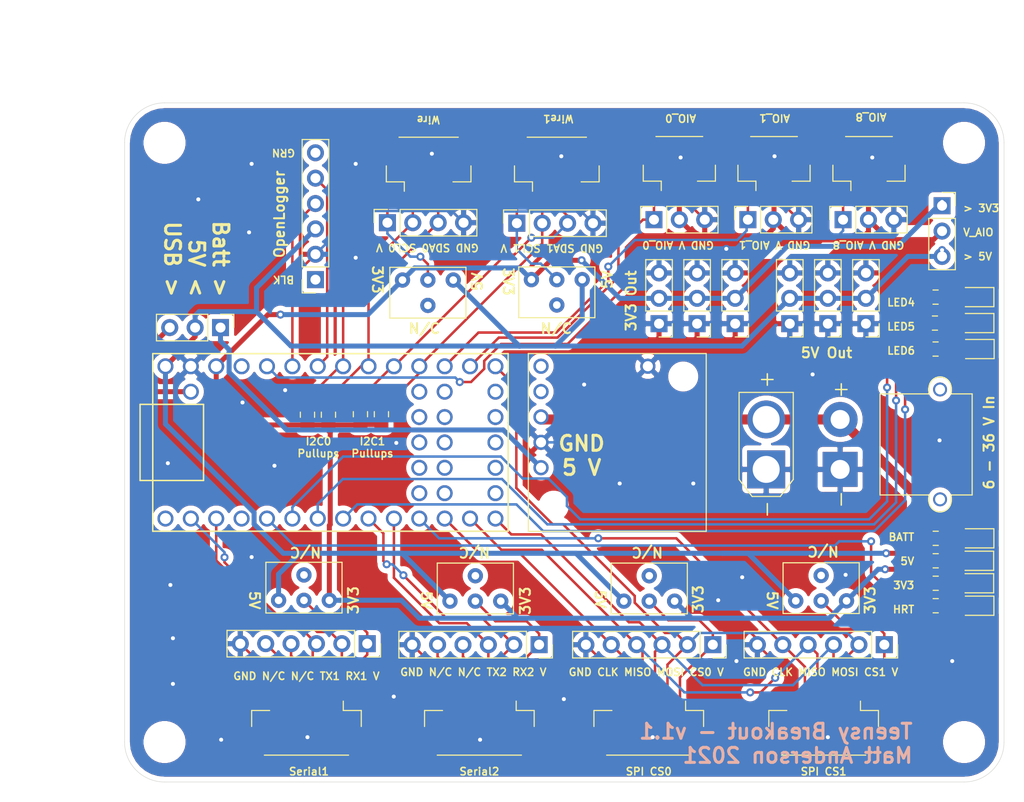
<source format=kicad_pcb>
(kicad_pcb (version 20171130) (host pcbnew "(5.1.5)-3")
  (layers (0 F.Cu signal) (31 B.Cu signal) (34 B.Paste user) (35 F.Paste user) (36 B.SilkS user) (37 F.SilkS user) (38 B.Mask user) (39 F.Mask user) (44 Edge.Cuts user))
  (net 0 "")
  (net 1 Earth)
  (net 2 +5V)
  (net 3 +BATT)
  (net 4 +3V3)
  (net 5 "Net-(D1-Pad2)")
  (net 6 "Net-(D2-Pad2)")
  (net 7 "Net-(D3-Pad2)")
  (net 8 "Net-(D4-Pad2)")
  (net 9 "Net-(J19-Pad1)")
  (net 10 "Net-(D6-Pad2)")
  (net 11 "Net-(D7-Pad2)")
  (net 12 "Net-(D8-Pad2)")
  (net 13 I2C1_SDA)
  (net 14 I2C1_SCL)
  (net 15 "Net-(J10-Pad1)")
  (net 16 I2C0_SCL)
  (net 17 I2C0_SDA)
  (net 18 "Net-(J11-Pad1)")
  (net 19 "Net-(J12-Pad5)")
  (net 20 "Net-(J12-Pad4)")
  (net 21 UART2_TX)
  (net 22 UART2_RX)
  (net 23 "Net-(J12-Pad1)")
  (net 24 "Net-(J13-Pad5)")
  (net 25 "Net-(J13-Pad4)")
  (net 26 UART1_TX)
  (net 27 UART1_RX)
  (net 28 "Net-(J13-Pad1)")
  (net 29 SPI0_CLK)
  (net 30 SPI0_MISO)
  (net 31 SPI0_MOSI)
  (net 32 SPI0_CS1)
  (net 33 "Net-(J18-Pad1)")
  (net 34 SPI0_CS0)
  (net 35 AIO1)
  (net 36 AIO0)
  (net 37 AIO8)
  (net 38 UART5_TX)
  (net 39 UART5_RX)
  (net 40 HeartBeat)
  (net 41 USR_LED1)
  (net 42 USR_LED2)
  (net 43 USR_LED3)
  (net 44 /V_USB)
  (net 45 /5V_REG)
  (net 46 /AIO_connectors/Servo_Power)
  (module Connector_PinSocket_2.54mm:PinSocket_1x03_P2.54mm_Vertical (layer F.Cu) (at 177.8 106.299)
    (fp_text reference J31)
    (fp_text value Conn_01x03_Male)
    (pad 3 thru_hole oval (at 0 5.08) (size 1.7 1.7) (drill 1) (layers *.Cu *.Mask) (net 2 +5V))
    (pad 2 thru_hole oval (at 0 2.54) (size 1.7 1.7) (drill 1) (layers *.Cu *.Mask) (net 46 /AIO_connectors/Servo_Power))
    (pad 1 thru_hole rect (at 0 0) (size 1.7 1.7) (drill 1) (layers *.Cu *.Mask) (net 4 +3V3))
  )
  (module Connector_PinHeader_2.54mm:PinHeader_1x03_P2.54mm_Vertical (layer F.Cu) (at 170.18 118.11 180)
    (fp_text reference J29)
    (fp_text value Conn_01x03_Male)
    (pad 3 thru_hole oval (at 0 5.08 180) (size 1.7 1.7) (drill 1) (layers *.Cu *.Mask) (net 1 Earth))
    (pad 2 thru_hole oval (at 0 2.54 180) (size 1.7 1.7) (drill 1) (layers *.Cu *.Mask) (net 2 +5V))
    (pad 1 thru_hole rect (at 0 0 180) (size 1.7 1.7) (drill 1) (layers *.Cu *.Mask) (net 1 Earth))
  )
  (module Connector_JST:JST_GH_BM03B-GHS-TBT_1x03-1MP_P1.25mm_Vertical (layer F.Cu) (at 170.486 101.984)
    (fp_text reference J36)
    (fp_text value Conn_01x03_Male)
    (pad MP smd roundrect (at 3.1 -1.4) (size 1 2.8) (layers F.Cu F.Paste F.Mask))
    (pad MP smd roundrect (at -3.1 -1.4) (size 1 2.8) (layers F.Cu F.Paste F.Mask))
    (pad 3 smd roundrect (at 1.25 1.95) (size 0.6 1.7) (layers F.Cu F.Paste F.Mask) (net 1 Earth))
    (pad 2 smd roundrect (at 0 1.95) (size 0.6 1.7) (layers F.Cu F.Paste F.Mask) (net 46 /AIO_connectors/Servo_Power))
    (pad 1 smd roundrect (at -1.25 1.95) (size 0.6 1.7) (layers F.Cu F.Paste F.Mask) (net 37 AIO8))
  )
  (module Connector_PinSocket_2.54mm:PinSocket_1x03_P2.54mm_Vertical (layer F.Cu) (at 167.894 107.696 90)
    (fp_text reference J35)
    (fp_text value Conn_01x03_Male)
    (pad 3 thru_hole oval (at 0 5.08 90) (size 1.7 1.7) (drill 1) (layers *.Cu *.Mask) (net 1 Earth))
    (pad 2 thru_hole oval (at 0 2.54 90) (size 1.7 1.7) (drill 1) (layers *.Cu *.Mask) (net 46 /AIO_connectors/Servo_Power))
    (pad 1 thru_hole rect (at 0 0 90) (size 1.7 1.7) (drill 1) (layers *.Cu *.Mask) (net 37 AIO8))
  )
  (module Connector_JST:JST_GH_BM03B-GHS-TBT_1x03-1MP_P1.25mm_Vertical (layer F.Cu) (at 160.984 101.984)
    (fp_text reference J33)
    (fp_text value Conn_01x03_Male)
    (pad MP smd roundrect (at 3.1 -1.4) (size 1 2.8) (layers F.Cu F.Paste F.Mask))
    (pad MP smd roundrect (at -3.1 -1.4) (size 1 2.8) (layers F.Cu F.Paste F.Mask))
    (pad 3 smd roundrect (at 1.25 1.95) (size 0.6 1.7) (layers F.Cu F.Paste F.Mask) (net 1 Earth))
    (pad 2 smd roundrect (at 0 1.95) (size 0.6 1.7) (layers F.Cu F.Paste F.Mask) (net 46 /AIO_connectors/Servo_Power))
    (pad 1 smd roundrect (at -1.25 1.95) (size 0.6 1.7) (layers F.Cu F.Paste F.Mask) (net 35 AIO1))
  )
  (module Connector_PinSocket_2.54mm:PinSocket_1x03_P2.54mm_Vertical (layer F.Cu) (at 158.369 107.696 90)
    (fp_text reference J32)
    (fp_text value Conn_01x03_Male)
    (pad 3 thru_hole oval (at 0 5.08 90) (size 1.7 1.7) (drill 1) (layers *.Cu *.Mask) (net 1 Earth))
    (pad 2 thru_hole oval (at 0 2.54 90) (size 1.7 1.7) (drill 1) (layers *.Cu *.Mask) (net 46 /AIO_connectors/Servo_Power))
    (pad 1 thru_hole rect (at 0 0 90) (size 1.7 1.7) (drill 1) (layers *.Cu *.Mask) (net 35 AIO1))
  )
  (module Connector_JST:JST_GH_BM03B-GHS-TBT_1x03-1MP_P1.25mm_Vertical (layer F.Cu) (at 151.511 101.981)
    (fp_text reference J27)
    (fp_text value Conn_01x03_Male)
    (pad MP smd roundrect (at 3.1 -1.4) (size 1 2.8) (layers F.Cu F.Paste F.Mask))
    (pad MP smd roundrect (at -3.1 -1.4) (size 1 2.8) (layers F.Cu F.Paste F.Mask))
    (pad 3 smd roundrect (at 1.25 1.95) (size 0.6 1.7) (layers F.Cu F.Paste F.Mask) (net 1 Earth))
    (pad 2 smd roundrect (at 0 1.95) (size 0.6 1.7) (layers F.Cu F.Paste F.Mask) (net 46 /AIO_connectors/Servo_Power))
    (pad 1 smd roundrect (at -1.25 1.95) (size 0.6 1.7) (layers F.Cu F.Paste F.Mask) (net 36 AIO0))
  )
  (module Connector_PinSocket_2.54mm:PinSocket_1x03_P2.54mm_Vertical (layer F.Cu) (at 148.971 107.696 90)
    (fp_text reference J26)
    (fp_text value Conn_01x03_Male)
    (pad 3 thru_hole oval (at 0 5.08 90) (size 1.7 1.7) (drill 1) (layers *.Cu *.Mask) (net 1 Earth))
    (pad 2 thru_hole oval (at 0 2.54 90) (size 1.7 1.7) (drill 1) (layers *.Cu *.Mask) (net 46 /AIO_connectors/Servo_Power))
    (pad 1 thru_hole rect (at 0 0 90) (size 1.7 1.7) (drill 1) (layers *.Cu *.Mask) (net 36 AIO0))
  )
  (module Connector_PinHeader_2.54mm:PinHeader_1x03_P2.54mm_Vertical (layer F.Cu) (at 149.479 118.11 180)
    (fp_text reference J25)
    (fp_text value Conn_01x03_Male)
    (pad 3 thru_hole oval (at 0 5.08 180) (size 1.7 1.7) (drill 1) (layers *.Cu *.Mask) (net 1 Earth))
    (pad 2 thru_hole oval (at 0 2.54 180) (size 1.7 1.7) (drill 1) (layers *.Cu *.Mask) (net 4 +3V3))
    (pad 1 thru_hole rect (at 0 0 180) (size 1.7 1.7) (drill 1) (layers *.Cu *.Mask) (net 1 Earth))
  )
  (module Connector_PinHeader_2.54mm:PinHeader_1x03_P2.54mm_Vertical (layer F.Cu) (at 162.56 118.11 180)
    (fp_text reference J24)
    (fp_text value Conn_01x03_Male)
    (pad 3 thru_hole oval (at 0 5.08 180) (size 1.7 1.7) (drill 1) (layers *.Cu *.Mask) (net 1 Earth))
    (pad 2 thru_hole oval (at 0 2.54 180) (size 1.7 1.7) (drill 1) (layers *.Cu *.Mask) (net 2 +5V))
    (pad 1 thru_hole rect (at 0 0 180) (size 1.7 1.7) (drill 1) (layers *.Cu *.Mask) (net 1 Earth))
  )
  (module Connector_PinHeader_2.54mm:PinHeader_1x03_P2.54mm_Vertical (layer F.Cu) (at 153.289 118.11 180)
    (fp_text reference J30)
    (fp_text value Conn_01x03_Male)
    (pad 3 thru_hole oval (at 0 5.08 180) (size 1.7 1.7) (drill 1) (layers *.Cu *.Mask) (net 1 Earth))
    (pad 2 thru_hole oval (at 0 2.54 180) (size 1.7 1.7) (drill 1) (layers *.Cu *.Mask) (net 4 +3V3))
    (pad 1 thru_hole rect (at 0 0 180) (size 1.7 1.7) (drill 1) (layers *.Cu *.Mask) (net 1 Earth))
  )
  (module ARCL:3-way_power_jumper (layer F.Cu) (at 113.95 148.35 180)
    (fp_text reference J16)
    (fp_text value 3-way_power_jumper)
    (pad 4 thru_hole circle (at 2.54 2.54 180) (size 1.524 1.524) (drill 0.762) (layers *.Cu *.Mask) (net 2 +5V))
    (pad 3 thru_hole circle (at 0 5.08 180) (size 1.524 1.524) (drill 0.762) (layers *.Cu *.Mask))
    (pad 2 thru_hole circle (at -2.54 2.54 180) (size 1.524 1.524) (drill 0.762) (layers *.Cu *.Mask) (net 4 +3V3))
    (pad 1 thru_hole circle (at 0 2.54 180) (size 1.524 1.524) (drill 0.762) (layers *.Cu *.Mask) (net 28 "Net-(J13-Pad1)"))
  )
  (module teensy:Teensy40 (layer F.Cu) (at 116.6 130)
    (fp_text reference U1)
    (fp_text value Teensy4.0)
    (pad 44 thru_hole circle (at 8.89 5.08) (size 1.6 1.6) (drill 1.1) (layers *.Cu *.Mask))
    (pad 43 thru_hole circle (at 11.43 5.08) (size 1.6 1.6) (drill 1.1) (layers *.Cu *.Mask))
    (pad 42 thru_hole circle (at 8.89 2.54) (size 1.6 1.6) (drill 1.1) (layers *.Cu *.Mask))
    (pad 41 thru_hole circle (at 11.43 2.54) (size 1.6 1.6) (drill 1.1) (layers *.Cu *.Mask))
    (pad 40 thru_hole circle (at 8.89 0) (size 1.6 1.6) (drill 1.1) (layers *.Cu *.Mask))
    (pad 39 thru_hole circle (at 11.43 0) (size 1.6 1.6) (drill 1.1) (layers *.Cu *.Mask))
    (pad 38 thru_hole circle (at 8.89 -2.54) (size 1.6 1.6) (drill 1.1) (layers *.Cu *.Mask))
    (pad 37 thru_hole circle (at 11.43 -2.54) (size 1.6 1.6) (drill 1.1) (layers *.Cu *.Mask))
    (pad 36 thru_hole circle (at 8.89 -5.08) (size 1.6 1.6) (drill 1.1) (layers *.Cu *.Mask))
    (pad 35 thru_hole circle (at 11.43 -5.08) (size 1.6 1.6) (drill 1.1) (layers *.Cu *.Mask))
    (pad 1 thru_hole circle (at -16.51 7.62) (size 1.6 1.6) (drill 1.1) (layers *.Cu *.Mask))
    (pad 2 thru_hole circle (at -13.97 7.62) (size 1.6 1.6) (drill 1.1) (layers *.Cu *.Mask) (net 27 UART1_RX))
    (pad 3 thru_hole circle (at -11.43 7.62) (size 1.6 1.6) (drill 1.1) (layers *.Cu *.Mask) (net 26 UART1_TX))
    (pad 4 thru_hole circle (at -8.89 7.62) (size 1.6 1.6) (drill 1.1) (layers *.Cu *.Mask))
    (pad 5 thru_hole circle (at -6.35 7.62) (size 1.6 1.6) (drill 1.1) (layers *.Cu *.Mask) (net 40 HeartBeat))
    (pad 6 thru_hole circle (at -3.81 7.62) (size 1.6 1.6) (drill 1.1) (layers *.Cu *.Mask) (net 41 USR_LED1))
    (pad 7 thru_hole circle (at -1.27 7.62) (size 1.6 1.6) (drill 1.1) (layers *.Cu *.Mask) (net 42 USR_LED2))
    (pad 8 thru_hole circle (at 1.27 7.62) (size 1.6 1.6) (drill 1.1) (layers *.Cu *.Mask) (net 43 USR_LED3))
    (pad 9 thru_hole circle (at 3.81 7.62) (size 1.6 1.6) (drill 1.1) (layers *.Cu *.Mask) (net 22 UART2_RX))
    (pad 10 thru_hole circle (at 6.35 7.62) (size 1.6 1.6) (drill 1.1) (layers *.Cu *.Mask) (net 21 UART2_TX))
    (pad 11 thru_hole circle (at 8.89 7.62) (size 1.6 1.6) (drill 1.1) (layers *.Cu *.Mask) (net 32 SPI0_CS1))
    (pad 12 thru_hole circle (at 11.43 7.62) (size 1.6 1.6) (drill 1.1) (layers *.Cu *.Mask) (net 34 SPI0_CS0))
    (pad 13 thru_hole circle (at 13.97 7.62) (size 1.6 1.6) (drill 1.1) (layers *.Cu *.Mask) (net 31 SPI0_MOSI))
    (pad 34 thru_hole circle (at -13.97 -5.08) (size 1.6 1.6) (drill 1.1) (layers *.Cu *.Mask) (net 44 /V_USB))
    (pad 33 thru_hole circle (at -16.51 -7.62) (size 1.6 1.6) (drill 1.1) (layers *.Cu *.Mask) (net 2 +5V))
    (pad 32 thru_hole circle (at -13.97 -7.62) (size 1.6 1.6) (drill 1.1) (layers *.Cu *.Mask) (net 1 Earth))
    (pad 31 thru_hole circle (at -11.43 -7.62) (size 1.6 1.6) (drill 1.1) (layers *.Cu *.Mask) (net 4 +3V3))
    (pad 30 thru_hole circle (at -8.89 -7.62) (size 1.6 1.6) (drill 1.1) (layers *.Cu *.Mask))
    (pad 29 thru_hole circle (at -6.35 -7.62) (size 1.6 1.6) (drill 1.1) (layers *.Cu *.Mask) (net 37 AIO8))
    (pad 28 thru_hole circle (at -3.81 -7.62) (size 1.6 1.6) (drill 1.1) (layers *.Cu *.Mask) (net 39 UART5_RX))
    (pad 27 thru_hole circle (at -1.27 -7.62) (size 1.6 1.6) (drill 1.1) (layers *.Cu *.Mask) (net 38 UART5_TX))
    (pad 26 thru_hole circle (at 1.27 -7.62) (size 1.6 1.6) (drill 1.1) (layers *.Cu *.Mask) (net 16 I2C0_SCL))
    (pad 25 thru_hole circle (at 3.81 -7.62) (size 1.6 1.6) (drill 1.1) (layers *.Cu *.Mask) (net 17 I2C0_SDA))
    (pad 24 thru_hole circle (at 6.35 -7.62) (size 1.6 1.6) (drill 1.1) (layers *.Cu *.Mask) (net 13 I2C1_SDA))
    (pad 23 thru_hole circle (at 8.89 -7.62) (size 1.6 1.6) (drill 1.1) (layers *.Cu *.Mask) (net 14 I2C1_SCL))
    (pad 22 thru_hole circle (at 11.43 -7.62) (size 1.6 1.6) (drill 1.1) (layers *.Cu *.Mask) (net 35 AIO1))
    (pad 21 thru_hole circle (at 13.97 -7.62) (size 1.6 1.6) (drill 1.1) (layers *.Cu *.Mask) (net 36 AIO0))
    (pad 14 thru_hole circle (at 16.51 7.62) (size 1.6 1.6) (drill 1.1) (layers *.Cu *.Mask) (net 30 SPI0_MISO))
    (pad 15 thru_hole circle (at 16.51 5.08) (size 1.6 1.6) (drill 1.1) (layers *.Cu *.Mask))
    (pad 16 thru_hole circle (at 16.51 2.54) (size 1.6 1.6) (drill 1.1) (layers *.Cu *.Mask))
    (pad 20 thru_hole circle (at 16.51 -7.62) (size 1.6 1.6) (drill 1.1) (layers *.Cu *.Mask) (net 29 SPI0_CLK))
    (pad 19 thru_hole circle (at 16.51 -5.08) (size 1.6 1.6) (drill 1.1) (layers *.Cu *.Mask))
    (pad 18 thru_hole circle (at 16.51 -2.54) (size 1.6 1.6) (drill 1.1) (layers *.Cu *.Mask))
    (pad 17 thru_hole circle (at 16.51 0) (size 1.6 1.6) (drill 1.1) (layers *.Cu *.Mask))
  )
  (module Connector_PinSocket_2.54mm:PinSocket_1x06_P2.54mm_Vertical (layer F.Cu) (at 115.1 113.7 180)
    (fp_text reference J28)
    (fp_text value Conn_01x06_Male)
    (pad 6 thru_hole oval (at 0 12.7 180) (size 1.7 1.7) (drill 1) (layers *.Cu *.Mask))
    (pad 5 thru_hole oval (at 0 10.16 180) (size 1.7 1.7) (drill 1) (layers *.Cu *.Mask) (net 38 UART5_TX))
    (pad 4 thru_hole oval (at 0 7.62 180) (size 1.7 1.7) (drill 1) (layers *.Cu *.Mask) (net 39 UART5_RX))
    (pad 3 thru_hole oval (at 0 5.08 180) (size 1.7 1.7) (drill 1) (layers *.Cu *.Mask) (net 2 +5V))
    (pad 2 thru_hole oval (at 0 2.54 180) (size 1.7 1.7) (drill 1) (layers *.Cu *.Mask) (net 1 Earth))
    (pad 1 thru_hole rect (at 0 0 180) (size 1.7 1.7) (drill 1) (layers *.Cu *.Mask))
  )
  (module Connector_AMASS:AMASS_XT30U-M_1x02_P5.0mm_Vertical (layer F.Cu) (at 160.2 132.7 90)
    (fp_text reference J1)
    (fp_text value Conn_01x02_Male)
    (fp_text user - (at -4 0 90) (layer F.SilkS) (effects (font (size 1.5 1.5))))
    (fp_text user + (at 9 0 90) (layer F.SilkS) (effects (font (size 1.5 1.5))))
    (pad 2 thru_hole circle (at 5 0 90) (size 3.8 3.8) (drill 2.7) (layers *.Cu *.Mask) (net 3 +BATT))
    (pad 1 thru_hole rect (at 0 0 90) (size 3.8 3.8) (drill 2.7) (layers *.Cu *.Mask) (net 1 Earth))
  )
  (module Resistor_SMD:R_0805_2012Metric_Pad1.15x1.40mm_HandSolder (layer F.Cu) (at 119.6 127.175 90)
    (fp_text reference R12)
    (fp_text value N/C)
    (pad 2 smd roundrect (at 1.025 0 90) (size 1.15 1.4) (layers F.Cu F.Paste F.Mask) (roundrect_rratio 0.217391) (net 13 I2C1_SDA))
    (pad 1 smd roundrect (at -1.025 0 90) (size 1.15 1.4) (layers F.Cu F.Paste F.Mask) (roundrect_rratio 0.217391) (net 4 +3V3))
  )
  (module Resistor_SMD:R_0805_2012Metric_Pad1.15x1.40mm_HandSolder (layer F.Cu) (at 116.4 127.225 90)
    (fp_text reference R11)
    (fp_text value N/C)
    (pad 2 smd roundrect (at 1.025 0 90) (size 1.15 1.4) (layers F.Cu F.Paste F.Mask) (roundrect_rratio 0.217391) (net 17 I2C0_SDA))
    (pad 1 smd roundrect (at -1.025 0 90) (size 1.15 1.4) (layers F.Cu F.Paste F.Mask) (roundrect_rratio 0.217391) (net 4 +3V3))
  )
  (module Resistor_SMD:R_0805_2012Metric_Pad1.15x1.40mm_HandSolder (layer F.Cu) (at 121.7 127.175 90)
    (fp_text reference R10)
    (fp_text value N/C)
    (pad 2 smd roundrect (at 1.025 0 90) (size 1.15 1.4) (layers F.Cu F.Paste F.Mask) (roundrect_rratio 0.217391) (net 14 I2C1_SCL))
    (pad 1 smd roundrect (at -1.025 0 90) (size 1.15 1.4) (layers F.Cu F.Paste F.Mask) (roundrect_rratio 0.217391) (net 4 +3V3))
  )
  (module Resistor_SMD:R_0805_2012Metric_Pad1.15x1.40mm_HandSolder (layer F.Cu) (at 114.3 127.225 90)
    (fp_text reference R9)
    (fp_text value N/C)
    (pad 2 smd roundrect (at 1.025 0 90) (size 1.15 1.4) (layers F.Cu F.Paste F.Mask) (roundrect_rratio 0.217391) (net 16 I2C0_SCL))
    (pad 1 smd roundrect (at -1.025 0 90) (size 1.15 1.4) (layers F.Cu F.Paste F.Mask) (roundrect_rratio 0.217391) (net 4 +3V3))
  )
  (module ARCL:3-way_power_jumper (layer F.Cu) (at 165.7 148.4 180)
    (fp_text reference J23)
    (fp_text value 3-way_power_jumper)
    (pad 4 thru_hole circle (at 2.54 2.54 180) (size 1.524 1.524) (drill 0.762) (layers *.Cu *.Mask) (net 2 +5V))
    (pad 3 thru_hole circle (at 0 5.08 180) (size 1.524 1.524) (drill 0.762) (layers *.Cu *.Mask))
    (pad 2 thru_hole circle (at -2.54 2.54 180) (size 1.524 1.524) (drill 0.762) (layers *.Cu *.Mask) (net 4 +3V3))
    (pad 1 thru_hole circle (at 0 2.54 180) (size 1.524 1.524) (drill 0.762) (layers *.Cu *.Mask) (net 33 "Net-(J18-Pad1)"))
  )
  (module ARCL:3-way_power_jumper (layer F.Cu) (at 148.5 148.43 180)
    (fp_text reference J22)
    (fp_text value 3-way_power_jumper)
    (pad 4 thru_hole circle (at 2.54 2.54 180) (size 1.524 1.524) (drill 0.762) (layers *.Cu *.Mask) (net 2 +5V))
    (pad 3 thru_hole circle (at 0 5.08 180) (size 1.524 1.524) (drill 0.762) (layers *.Cu *.Mask))
    (pad 2 thru_hole circle (at -2.54 2.54 180) (size 1.524 1.524) (drill 0.762) (layers *.Cu *.Mask) (net 4 +3V3))
    (pad 1 thru_hole circle (at 0 2.54 180) (size 1.524 1.524) (drill 0.762) (layers *.Cu *.Mask) (net 9 "Net-(J19-Pad1)"))
  )
  (module Connector_JST:JST_GH_BM06B-GHS-TBT_1x06-1MP_P1.25mm_Vertical (layer F.Cu) (at 148.45 158.7 180)
    (fp_text reference J21)
    (fp_text value Conn_01x06_Male)
    (pad MP smd roundrect (at 4.975 -1.4 180) (size 1 2.8) (layers F.Cu F.Paste F.Mask))
    (pad MP smd roundrect (at -4.975 -1.4 180) (size 1 2.8) (layers F.Cu F.Paste F.Mask))
    (pad 6 smd roundrect (at 3.125 1.95 180) (size 0.6 1.7) (layers F.Cu F.Paste F.Mask) (net 1 Earth))
    (pad 5 smd roundrect (at 1.875 1.95 180) (size 0.6 1.7) (layers F.Cu F.Paste F.Mask) (net 34 SPI0_CS0))
    (pad 4 smd roundrect (at 0.625 1.95 180) (size 0.6 1.7) (layers F.Cu F.Paste F.Mask) (net 31 SPI0_MOSI))
    (pad 3 smd roundrect (at -0.625 1.95 180) (size 0.6 1.7) (layers F.Cu F.Paste F.Mask) (net 30 SPI0_MISO))
    (pad 2 smd roundrect (at -1.875 1.95 180) (size 0.6 1.7) (layers F.Cu F.Paste F.Mask) (net 29 SPI0_CLK))
    (pad 1 smd roundrect (at -3.125 1.95 180) (size 0.6 1.7) (layers F.Cu F.Paste F.Mask) (net 9 "Net-(J19-Pad1)"))
  )
  (module Connector_JST:JST_GH_BM06B-GHS-TBT_1x06-1MP_P1.25mm_Vertical (layer F.Cu) (at 165.95 158.7 180)
    (fp_text reference J20)
    (fp_text value Conn_01x06_Male)
    (pad MP smd roundrect (at 4.975 -1.4 180) (size 1 2.8) (layers F.Cu F.Paste F.Mask))
    (pad MP smd roundrect (at -4.975 -1.4 180) (size 1 2.8) (layers F.Cu F.Paste F.Mask))
    (pad 6 smd roundrect (at 3.125 1.95 180) (size 0.6 1.7) (layers F.Cu F.Paste F.Mask) (net 1 Earth))
    (pad 5 smd roundrect (at 1.875 1.95 180) (size 0.6 1.7) (layers F.Cu F.Paste F.Mask) (net 32 SPI0_CS1))
    (pad 4 smd roundrect (at 0.625 1.95 180) (size 0.6 1.7) (layers F.Cu F.Paste F.Mask) (net 31 SPI0_MOSI))
    (pad 3 smd roundrect (at -0.625 1.95 180) (size 0.6 1.7) (layers F.Cu F.Paste F.Mask) (net 30 SPI0_MISO))
    (pad 2 smd roundrect (at -1.875 1.95 180) (size 0.6 1.7) (layers F.Cu F.Paste F.Mask) (net 29 SPI0_CLK))
    (pad 1 smd roundrect (at -3.125 1.95 180) (size 0.6 1.7) (layers F.Cu F.Paste F.Mask) (net 33 "Net-(J18-Pad1)"))
  )
  (module Connector_PinSocket_2.54mm:PinSocket_1x06_P2.54mm_Vertical (layer F.Cu) (at 154.86 150.25 270)
    (fp_text reference J19)
    (fp_text value Conn_01x06_Male)
    (pad 6 thru_hole oval (at 0 12.7 270) (size 1.7 1.7) (drill 1) (layers *.Cu *.Mask) (net 1 Earth))
    (pad 5 thru_hole oval (at 0 10.16 270) (size 1.7 1.7) (drill 1) (layers *.Cu *.Mask) (net 34 SPI0_CS0))
    (pad 4 thru_hole oval (at 0 7.62 270) (size 1.7 1.7) (drill 1) (layers *.Cu *.Mask) (net 31 SPI0_MOSI))
    (pad 3 thru_hole oval (at 0 5.08 270) (size 1.7 1.7) (drill 1) (layers *.Cu *.Mask) (net 30 SPI0_MISO))
    (pad 2 thru_hole oval (at 0 2.54 270) (size 1.7 1.7) (drill 1) (layers *.Cu *.Mask) (net 29 SPI0_CLK))
    (pad 1 thru_hole rect (at 0 0 270) (size 1.7 1.7) (drill 1) (layers *.Cu *.Mask) (net 9 "Net-(J19-Pad1)"))
  )
  (module Connector_PinSocket_2.54mm:PinSocket_1x06_P2.54mm_Vertical (layer F.Cu) (at 172.02 150.25 270)
    (fp_text reference J18)
    (fp_text value Conn_01x06_Male)
    (pad 6 thru_hole oval (at 0 12.7 270) (size 1.7 1.7) (drill 1) (layers *.Cu *.Mask) (net 1 Earth))
    (pad 5 thru_hole oval (at 0 10.16 270) (size 1.7 1.7) (drill 1) (layers *.Cu *.Mask) (net 32 SPI0_CS1))
    (pad 4 thru_hole oval (at 0 7.62 270) (size 1.7 1.7) (drill 1) (layers *.Cu *.Mask) (net 31 SPI0_MOSI))
    (pad 3 thru_hole oval (at 0 5.08 270) (size 1.7 1.7) (drill 1) (layers *.Cu *.Mask) (net 30 SPI0_MISO))
    (pad 2 thru_hole oval (at 0 2.54 270) (size 1.7 1.7) (drill 1) (layers *.Cu *.Mask) (net 29 SPI0_CLK))
    (pad 1 thru_hole rect (at 0 0 270) (size 1.7 1.7) (drill 1) (layers *.Cu *.Mask) (net 33 "Net-(J18-Pad1)"))
  )
  (module ARCL:3-way_power_jumper (layer F.Cu) (at 131.1 148.43 180)
    (fp_text reference J17)
    (fp_text value 3-way_power_jumper)
    (pad 4 thru_hole circle (at 2.54 2.54 180) (size 1.524 1.524) (drill 0.762) (layers *.Cu *.Mask) (net 2 +5V))
    (pad 3 thru_hole circle (at 0 5.08 180) (size 1.524 1.524) (drill 0.762) (layers *.Cu *.Mask))
    (pad 2 thru_hole circle (at -2.54 2.54 180) (size 1.524 1.524) (drill 0.762) (layers *.Cu *.Mask) (net 4 +3V3))
    (pad 1 thru_hole circle (at 0 2.54 180) (size 1.524 1.524) (drill 0.762) (layers *.Cu *.Mask) (net 23 "Net-(J12-Pad1)"))
  )
  (module Connector_JST:JST_GH_BM06B-GHS-TBT_1x06-1MP_P1.25mm_Vertical (layer F.Cu) (at 114.2 158.7 180)
    (fp_text reference J15)
    (fp_text value Conn_01x06_Male)
    (pad MP smd roundrect (at 4.975 -1.4 180) (size 1 2.8) (layers F.Cu F.Paste F.Mask))
    (pad MP smd roundrect (at -4.975 -1.4 180) (size 1 2.8) (layers F.Cu F.Paste F.Mask))
    (pad 6 smd roundrect (at 3.125 1.95 180) (size 0.6 1.7) (layers F.Cu F.Paste F.Mask) (net 1 Earth))
    (pad 5 smd roundrect (at 1.875 1.95 180) (size 0.6 1.7) (layers F.Cu F.Paste F.Mask) (net 24 "Net-(J13-Pad5)"))
    (pad 4 smd roundrect (at 0.625 1.95 180) (size 0.6 1.7) (layers F.Cu F.Paste F.Mask) (net 25 "Net-(J13-Pad4)"))
    (pad 3 smd roundrect (at -0.625 1.95 180) (size 0.6 1.7) (layers F.Cu F.Paste F.Mask) (net 26 UART1_TX))
    (pad 2 smd roundrect (at -1.875 1.95 180) (size 0.6 1.7) (layers F.Cu F.Paste F.Mask) (net 27 UART1_RX))
    (pad 1 smd roundrect (at -3.125 1.95 180) (size 0.6 1.7) (layers F.Cu F.Paste F.Mask) (net 28 "Net-(J13-Pad1)"))
  )
  (module Connector_JST:JST_GH_BM06B-GHS-TBT_1x06-1MP_P1.25mm_Vertical (layer F.Cu) (at 131.5 158.7 180)
    (fp_text reference J14)
    (fp_text value Conn_01x06_Male)
    (pad MP smd roundrect (at 4.975 -1.4 180) (size 1 2.8) (layers F.Cu F.Paste F.Mask))
    (pad MP smd roundrect (at -4.975 -1.4 180) (size 1 2.8) (layers F.Cu F.Paste F.Mask))
    (pad 6 smd roundrect (at 3.125 1.95 180) (size 0.6 1.7) (layers F.Cu F.Paste F.Mask) (net 1 Earth))
    (pad 5 smd roundrect (at 1.875 1.95 180) (size 0.6 1.7) (layers F.Cu F.Paste F.Mask) (net 19 "Net-(J12-Pad5)"))
    (pad 4 smd roundrect (at 0.625 1.95 180) (size 0.6 1.7) (layers F.Cu F.Paste F.Mask) (net 20 "Net-(J12-Pad4)"))
    (pad 3 smd roundrect (at -0.625 1.95 180) (size 0.6 1.7) (layers F.Cu F.Paste F.Mask) (net 21 UART2_TX))
    (pad 2 smd roundrect (at -1.875 1.95 180) (size 0.6 1.7) (layers F.Cu F.Paste F.Mask) (net 22 UART2_RX))
    (pad 1 smd roundrect (at -3.125 1.95 180) (size 0.6 1.7) (layers F.Cu F.Paste F.Mask) (net 23 "Net-(J12-Pad1)"))
  )
  (module Connector_PinSocket_2.54mm:PinSocket_1x06_P2.54mm_Vertical (layer F.Cu) (at 120.28 150.15 270)
    (fp_text reference J13)
    (fp_text value Conn_01x06_Male)
    (pad 6 thru_hole oval (at 0 12.7 270) (size 1.7 1.7) (drill 1) (layers *.Cu *.Mask) (net 1 Earth))
    (pad 5 thru_hole oval (at 0 10.16 270) (size 1.7 1.7) (drill 1) (layers *.Cu *.Mask) (net 24 "Net-(J13-Pad5)"))
    (pad 4 thru_hole oval (at 0 7.62 270) (size 1.7 1.7) (drill 1) (layers *.Cu *.Mask) (net 25 "Net-(J13-Pad4)"))
    (pad 3 thru_hole oval (at 0 5.08 270) (size 1.7 1.7) (drill 1) (layers *.Cu *.Mask) (net 26 UART1_TX))
    (pad 2 thru_hole oval (at 0 2.54 270) (size 1.7 1.7) (drill 1) (layers *.Cu *.Mask) (net 27 UART1_RX))
    (pad 1 thru_hole rect (at 0 0 270) (size 1.7 1.7) (drill 1) (layers *.Cu *.Mask) (net 28 "Net-(J13-Pad1)"))
  )
  (module Connector_PinSocket_2.54mm:PinSocket_1x06_P2.54mm_Vertical (layer F.Cu) (at 137.48 150.25 270)
    (fp_text reference J12)
    (fp_text value Conn_01x06_Male)
    (pad 6 thru_hole oval (at 0 12.7 270) (size 1.7 1.7) (drill 1) (layers *.Cu *.Mask) (net 1 Earth))
    (pad 5 thru_hole oval (at 0 10.16 270) (size 1.7 1.7) (drill 1) (layers *.Cu *.Mask) (net 19 "Net-(J12-Pad5)"))
    (pad 4 thru_hole oval (at 0 7.62 270) (size 1.7 1.7) (drill 1) (layers *.Cu *.Mask) (net 20 "Net-(J12-Pad4)"))
    (pad 3 thru_hole oval (at 0 5.08 270) (size 1.7 1.7) (drill 1) (layers *.Cu *.Mask) (net 21 UART2_TX))
    (pad 2 thru_hole oval (at 0 2.54 270) (size 1.7 1.7) (drill 1) (layers *.Cu *.Mask) (net 22 UART2_RX))
    (pad 1 thru_hole rect (at 0 0 270) (size 1.7 1.7) (drill 1) (layers *.Cu *.Mask) (net 23 "Net-(J12-Pad1)"))
  )
  (module ARCL:3-way_power_jumper (layer F.Cu) (at 126.35 111.2)
    (fp_text reference J11)
    (fp_text value 3-way_power_jumper)
    (pad 4 thru_hole circle (at 2.54 2.54) (size 1.524 1.524) (drill 0.762) (layers *.Cu *.Mask) (net 2 +5V))
    (pad 3 thru_hole circle (at 0 5.08) (size 1.524 1.524) (drill 0.762) (layers *.Cu *.Mask))
    (pad 2 thru_hole circle (at -2.54 2.54) (size 1.524 1.524) (drill 0.762) (layers *.Cu *.Mask) (net 4 +3V3))
    (pad 1 thru_hole circle (at 0 2.54) (size 1.524 1.524) (drill 0.762) (layers *.Cu *.Mask) (net 18 "Net-(J11-Pad1)"))
  )
  (module ARCL:3-way_power_jumper (layer F.Cu) (at 139.25 111.16)
    (fp_text reference J10)
    (fp_text value 3-way_power_jumper)
    (pad 4 thru_hole circle (at 2.54 2.54) (size 1.524 1.524) (drill 0.762) (layers *.Cu *.Mask) (net 2 +5V))
    (pad 3 thru_hole circle (at 0 5.08) (size 1.524 1.524) (drill 0.762) (layers *.Cu *.Mask))
    (pad 2 thru_hole circle (at -2.54 2.54) (size 1.524 1.524) (drill 0.762) (layers *.Cu *.Mask) (net 4 +3V3))
    (pad 1 thru_hole circle (at 0 2.54) (size 1.524 1.524) (drill 0.762) (layers *.Cu *.Mask) (net 15 "Net-(J10-Pad1)"))
  )
  (module Connector_JST:JST_GH_BM04B-GHS-TBT_1x04-1MP_P1.25mm_Vertical (layer F.Cu) (at 126.425 102.05)
    (fp_text reference J9)
    (fp_text value Conn_01x04_Male)
    (pad MP smd roundrect (at 3.725 -1.4) (size 1 2.8) (layers F.Cu F.Paste F.Mask))
    (pad MP smd roundrect (at -3.725 -1.4) (size 1 2.8) (layers F.Cu F.Paste F.Mask))
    (pad 4 smd roundrect (at 1.875 1.95) (size 0.6 1.7) (layers F.Cu F.Paste F.Mask) (net 1 Earth))
    (pad 3 smd roundrect (at 0.625 1.95) (size 0.6 1.7) (layers F.Cu F.Paste F.Mask) (net 17 I2C0_SDA))
    (pad 2 smd roundrect (at -0.625 1.95) (size 0.6 1.7) (layers F.Cu F.Paste F.Mask) (net 16 I2C0_SCL))
    (pad 1 smd roundrect (at -1.875 1.95) (size 0.6 1.7) (layers F.Cu F.Paste F.Mask) (net 18 "Net-(J11-Pad1)"))
  )
  (module Connector_JST:JST_GH_BM04B-GHS-TBT_1x04-1MP_P1.25mm_Vertical (layer F.Cu) (at 139.25 102.05)
    (fp_text reference J8)
    (fp_text value Conn_01x04_Male)
    (pad MP smd roundrect (at 3.725 -1.4) (size 1 2.8) (layers F.Cu F.Paste F.Mask))
    (pad MP smd roundrect (at -3.725 -1.4) (size 1 2.8) (layers F.Cu F.Paste F.Mask))
    (pad 4 smd roundrect (at 1.875 1.95) (size 0.6 1.7) (layers F.Cu F.Paste F.Mask) (net 1 Earth))
    (pad 3 smd roundrect (at 0.625 1.95) (size 0.6 1.7) (layers F.Cu F.Paste F.Mask) (net 13 I2C1_SDA))
    (pad 2 smd roundrect (at -0.625 1.95) (size 0.6 1.7) (layers F.Cu F.Paste F.Mask) (net 14 I2C1_SCL))
    (pad 1 smd roundrect (at -1.875 1.95) (size 0.6 1.7) (layers F.Cu F.Paste F.Mask) (net 15 "Net-(J10-Pad1)"))
  )
  (module Connector_PinSocket_2.54mm:PinSocket_1x04_P2.54mm_Vertical (layer F.Cu) (at 122.3 108 90)
    (fp_text reference J5)
    (fp_text value Conn_01x04_Male)
    (pad 4 thru_hole oval (at 0 7.62 90) (size 1.7 1.7) (drill 1) (layers *.Cu *.Mask) (net 1 Earth))
    (pad 3 thru_hole oval (at 0 5.08 90) (size 1.7 1.7) (drill 1) (layers *.Cu *.Mask) (net 17 I2C0_SDA))
    (pad 2 thru_hole oval (at 0 2.54 90) (size 1.7 1.7) (drill 1) (layers *.Cu *.Mask) (net 16 I2C0_SCL))
    (pad 1 thru_hole rect (at 0 0 90) (size 1.7 1.7) (drill 1) (layers *.Cu *.Mask) (net 18 "Net-(J11-Pad1)"))
  )
  (module Connector_PinSocket_2.54mm:PinSocket_1x04_P2.54mm_Vertical (layer F.Cu) (at 135.25 108.05 90)
    (fp_text reference J4)
    (fp_text value Conn_01x04_Male)
    (pad 4 thru_hole oval (at 0 7.62 90) (size 1.7 1.7) (drill 1) (layers *.Cu *.Mask) (net 1 Earth))
    (pad 3 thru_hole oval (at 0 5.08 90) (size 1.7 1.7) (drill 1) (layers *.Cu *.Mask) (net 13 I2C1_SDA))
    (pad 2 thru_hole oval (at 0 2.54 90) (size 1.7 1.7) (drill 1) (layers *.Cu *.Mask) (net 14 I2C1_SCL))
    (pad 1 thru_hole rect (at 0 0 90) (size 1.7 1.7) (drill 1) (layers *.Cu *.Mask) (net 15 "Net-(J10-Pad1)"))
  )
  (module Connector_PinHeader_2.54mm:PinHeader_1x03_P2.54mm_Vertical (layer F.Cu) (at 157.099 118.11 180)
    (fp_text reference J3)
    (fp_text value Conn_01x03_Male)
    (pad 3 thru_hole oval (at 0 5.08 180) (size 1.7 1.7) (drill 1) (layers *.Cu *.Mask) (net 1 Earth))
    (pad 2 thru_hole oval (at 0 2.54 180) (size 1.7 1.7) (drill 1) (layers *.Cu *.Mask) (net 4 +3V3))
    (pad 1 thru_hole rect (at 0 0 180) (size 1.7 1.7) (drill 1) (layers *.Cu *.Mask) (net 1 Earth))
  )
  (module Connector_PinHeader_2.54mm:PinHeader_1x03_P2.54mm_Vertical (layer F.Cu) (at 166.37 118.11 180)
    (fp_text reference J2)
    (fp_text value Conn_01x03_Male)
    (pad 3 thru_hole oval (at 0 5.08 180) (size 1.7 1.7) (drill 1) (layers *.Cu *.Mask) (net 1 Earth))
    (pad 2 thru_hole oval (at 0 2.54 180) (size 1.7 1.7) (drill 1) (layers *.Cu *.Mask) (net 2 +5V))
    (pad 1 thru_hole rect (at 0 0 180) (size 1.7 1.7) (drill 1) (layers *.Cu *.Mask) (net 1 Earth))
  )
  (module Resistor_SMD:R_0805_2012Metric (layer F.Cu) (at 177.15 120.65)
    (fp_text reference R8)
    (fp_text value 330)
    (pad 2 smd roundrect (at 0.9375 0) (size 0.975 1.4) (layers F.Cu F.Paste F.Mask) (net 12 "Net-(D8-Pad2)"))
    (pad 1 smd roundrect (at -0.9375 0) (size 0.975 1.4) (layers F.Cu F.Paste F.Mask) (net 43 USR_LED3))
  )
  (module Resistor_SMD:R_0805_2012Metric (layer F.Cu) (at 177.0875 118.05)
    (fp_text reference R7)
    (fp_text value 330)
    (pad 2 smd roundrect (at 0.9375 0) (size 0.975 1.4) (layers F.Cu F.Paste F.Mask) (net 11 "Net-(D7-Pad2)"))
    (pad 1 smd roundrect (at -0.9375 0) (size 0.975 1.4) (layers F.Cu F.Paste F.Mask) (net 42 USR_LED2))
  )
  (module Resistor_SMD:R_0805_2012Metric (layer F.Cu) (at 177.15 115.45)
    (fp_text reference R6)
    (fp_text value 330)
    (pad 2 smd roundrect (at 0.9375 0) (size 0.975 1.4) (layers F.Cu F.Paste F.Mask) (net 10 "Net-(D6-Pad2)"))
    (pad 1 smd roundrect (at -0.9375 0) (size 0.975 1.4) (layers F.Cu F.Paste F.Mask) (net 41 USR_LED1))
  )
  (module LED_SMD:LED_0805_2012Metric_Pad1.15x1.40mm_HandSolder (layer F.Cu) (at 181.15 120.65 180)
    (fp_text reference D8)
    (fp_text value LED)
    (pad 2 smd roundrect (at 1.025 0 180) (size 1.15 1.4) (layers F.Cu F.Paste F.Mask) (roundrect_rratio 0.217391) (net 12 "Net-(D8-Pad2)"))
    (pad 1 smd roundrect (at -1.025 0 180) (size 1.15 1.4) (layers F.Cu F.Paste F.Mask) (roundrect_rratio 0.217391) (net 1 Earth))
  )
  (module LED_SMD:LED_0805_2012Metric_Pad1.15x1.40mm_HandSolder (layer F.Cu) (at 181.125 118.05 180)
    (fp_text reference D7)
    (fp_text value LED)
    (pad 2 smd roundrect (at 1.025 0 180) (size 1.15 1.4) (layers F.Cu F.Paste F.Mask) (roundrect_rratio 0.217391) (net 11 "Net-(D7-Pad2)"))
    (pad 1 smd roundrect (at -1.025 0 180) (size 1.15 1.4) (layers F.Cu F.Paste F.Mask) (roundrect_rratio 0.217391) (net 1 Earth))
  )
  (module LED_SMD:LED_0805_2012Metric_Pad1.15x1.40mm_HandSolder (layer F.Cu) (at 181.125 115.45 180)
    (fp_text reference D6)
    (fp_text value LED)
    (pad 2 smd roundrect (at 1.025 0 180) (size 1.15 1.4) (layers F.Cu F.Paste F.Mask) (roundrect_rratio 0.217391) (net 10 "Net-(D6-Pad2)"))
    (pad 1 smd roundrect (at -1.025 0 180) (size 1.15 1.4) (layers F.Cu F.Paste F.Mask) (roundrect_rratio 0.217391) (net 1 Earth))
  )
  (module MountingHole:MountingHole_3.2mm_M3 (layer F.Cu) (at 180 160)
    (fp_text reference H4)
    (fp_text value MountingHole)
    (pad 1 np_thru_hole circle (at 0 0) (size 3.2 3.2) (drill 3.2) (layers *.Cu *.Mask))
  )
  (module MountingHole:MountingHole_3.2mm_M3 (layer F.Cu) (at 180 100)
    (fp_text reference H3)
    (fp_text value MountingHole)
    (pad 1 np_thru_hole circle (at 0 0) (size 3.2 3.2) (drill 3.2) (layers *.Cu *.Mask))
  )
  (module MountingHole:MountingHole_3.2mm_M3 (layer F.Cu) (at 100 160)
    (fp_text reference H2)
    (fp_text value MountingHole)
    (pad 1 np_thru_hole circle (at 0 0) (size 3.2 3.2) (drill 3.2) (layers *.Cu *.Mask))
  )
  (module MountingHole:MountingHole_3.2mm_M3 (layer F.Cu) (at 100 100)
    (fp_text reference H1)
    (fp_text value MountingHole)
    (pad 1 np_thru_hole circle (at 0 0) (size 3.2 3.2) (drill 3.2) (layers *.Cu *.Mask))
  )
  (module Resistor_SMD:R_0805_2012Metric (layer F.Cu) (at 177.1625 146.35)
    (fp_text reference R4)
    (fp_text value R)
    (pad 2 smd roundrect (at 0.9375 0) (size 0.975 1.4) (layers F.Cu F.Paste F.Mask) (net 8 "Net-(D4-Pad2)"))
    (pad 1 smd roundrect (at -0.9375 0) (size 0.975 1.4) (layers F.Cu F.Paste F.Mask) (net 40 HeartBeat))
  )
  (module LED_SMD:LED_0805_2012Metric_Pad1.15x1.40mm_HandSolder (layer F.Cu) (at 181.125 146.35 180)
    (fp_text reference D4)
    (fp_text value LED)
    (pad 2 smd roundrect (at 1.025 0 180) (size 1.15 1.4) (layers F.Cu F.Paste F.Mask) (roundrect_rratio 0.217391) (net 8 "Net-(D4-Pad2)"))
    (pad 1 smd roundrect (at -1.025 0 180) (size 1.15 1.4) (layers F.Cu F.Paste F.Mask) (roundrect_rratio 0.217391) (net 1 Earth))
  )
  (module Resistor_SMD:R_0805_2012Metric (layer F.Cu) (at 177.1625 144.1)
    (fp_text reference R3)
    (fp_text value R)
    (pad 2 smd roundrect (at 0.9375 0) (size 0.975 1.4) (layers F.Cu F.Paste F.Mask) (net 7 "Net-(D3-Pad2)"))
    (pad 1 smd roundrect (at -0.9375 0) (size 0.975 1.4) (layers F.Cu F.Paste F.Mask) (net 4 +3V3))
  )
  (module Resistor_SMD:R_0805_2012Metric (layer F.Cu) (at 177.1625 141.85)
    (fp_text reference R2)
    (fp_text value R)
    (pad 2 smd roundrect (at 0.9375 0) (size 0.975 1.4) (layers F.Cu F.Paste F.Mask) (net 6 "Net-(D2-Pad2)"))
    (pad 1 smd roundrect (at -0.9375 0) (size 0.975 1.4) (layers F.Cu F.Paste F.Mask) (net 2 +5V))
  )
  (module Resistor_SMD:R_0805_2012Metric (layer F.Cu) (at 177.1625 139.6)
    (fp_text reference R1)
    (fp_text value R)
    (pad 2 smd roundrect (at 0.9375 0) (size 0.975 1.4) (layers F.Cu F.Paste F.Mask) (net 5 "Net-(D1-Pad2)"))
    (pad 1 smd roundrect (at -0.9375 0) (size 0.975 1.4) (layers F.Cu F.Paste F.Mask) (net 3 +BATT))
  )
  (module LED_SMD:LED_0805_2012Metric_Pad1.15x1.40mm_HandSolder (layer F.Cu) (at 181.1 144.1 180)
    (fp_text reference D3)
    (fp_text value LED)
    (pad 2 smd roundrect (at 1.025 0 180) (size 1.15 1.4) (layers F.Cu F.Paste F.Mask) (roundrect_rratio 0.217391) (net 7 "Net-(D3-Pad2)"))
    (pad 1 smd roundrect (at -1.025 0 180) (size 1.15 1.4) (layers F.Cu F.Paste F.Mask) (roundrect_rratio 0.217391) (net 1 Earth))
  )
  (module LED_SMD:LED_0805_2012Metric_Pad1.15x1.40mm_HandSolder (layer F.Cu) (at 181.1 141.85 180)
    (fp_text reference D2)
    (fp_text value LED)
    (pad 2 smd roundrect (at 1.025 0 180) (size 1.15 1.4) (layers F.Cu F.Paste F.Mask) (roundrect_rratio 0.217391) (net 6 "Net-(D2-Pad2)"))
    (pad 1 smd roundrect (at -1.025 0 180) (size 1.15 1.4) (layers F.Cu F.Paste F.Mask) (roundrect_rratio 0.217391) (net 1 Earth))
  )
  (module LED_SMD:LED_0805_2012Metric_Pad1.15x1.40mm_HandSolder (layer F.Cu) (at 181.125 139.6 180)
    (fp_text reference D1)
    (fp_text value LED)
    (pad 2 smd roundrect (at 1.025 0 180) (size 1.15 1.4) (layers F.Cu F.Paste F.Mask) (roundrect_rratio 0.217391) (net 5 "Net-(D1-Pad2)"))
    (pad 1 smd roundrect (at -1.025 0 180) (size 1.15 1.4) (layers F.Cu F.Paste F.Mask) (roundrect_rratio 0.217391) (net 1 Earth))
  )
  (module ARCL:Pololu_D24V22Fx_THT (layer F.Cu) (at 136.4 121.1 270)
    (fp_text reference U2)
    (fp_text value Pololu_D24V22Fx)
    (pad "" np_thru_hole circle (at 2.3 -15.5 270) (size 2 2) (drill 2) (layers *.Cu *.Mask))
    (pad "" np_thru_hole circle (at 15.24 -2.54 270) (size 2 2) (drill 2) (layers *.Cu *.Mask))
    (pad 5 thru_hole circle (at 1.27 -11.96 270) (size 1.524 1.524) (drill 1.02) (layers *.Cu *.Mask) (net 1 Earth))
    (pad 6 thru_hole circle (at 11.43 -1.27 270) (size 1.524 1.524) (drill 1.02) (layers *.Cu *.Mask) (net 45 /5V_REG))
    (pad 4 thru_hole circle (at 8.89 -1.27 270) (size 1.524 1.524) (drill 1.02) (layers *.Cu *.Mask) (net 1 Earth))
    (pad 1 thru_hole circle (at 6.35 -1.27 270) (size 1.524 1.524) (drill 1.02) (layers *.Cu *.Mask) (net 3 +BATT))
    (pad 2 thru_hole circle (at 3.81 -1.27 270) (size 1.524 1.524) (drill 1.02) (layers *.Cu *.Mask))
    (pad 3 thru_hole circle (at 1.27 -1.27 270) (size 1.524 1.524) (drill 1.02) (layers *.Cu *.Mask))
  )
  (module Connector_AMASS:AMASS_XT30PW-M_1x02_P2.50mm_Horizontal (layer F.Cu) (at 167.6 132.7 270)
    (fp_text reference J7)
    (fp_text value Conn_01x02_Male)
    (fp_text user + (at -8 0 90) (layer F.SilkS) (effects (font (size 1.5 1.5))))
    (fp_text user - (at 3 0 90) (layer F.SilkS) (effects (font (size 1.5 1.5))))
    (pad 2 thru_hole circle (at -5 0 270) (size 3.5 3.5) (drill 1.9) (layers *.Cu *.Mask) (net 3 +BATT))
    (pad 1 thru_hole rect (at 0 0 270) (size 3.5 3.5) (drill 1.9) (layers *.Cu *.Mask) (net 1 Earth))
    (pad "" thru_hole circle (at -8 -10 270) (size 1.4 1.4) (drill 1) (layers *.Cu *.Mask))
    (pad "" thru_hole circle (at 3 -10 270) (size 1.4 1.4) (drill 1) (layers *.Cu *.Mask))
  )
  (module Connector_PinHeader_2.54mm:PinHeader_1x03_P2.54mm_Vertical (layer F.Cu) (at 105.6 118.5 270)
    (fp_text reference J6)
    (fp_text value Conn_01x03_Male)
    (pad 3 thru_hole oval (at 0 5.08 270) (size 1.7 1.7) (drill 1) (layers *.Cu *.Mask) (net 44 /V_USB))
    (pad 2 thru_hole oval (at 0 2.54 270) (size 1.7 1.7) (drill 1) (layers *.Cu *.Mask) (net 2 +5V))
    (pad 1 thru_hole rect (at 0 0 270) (size 1.7 1.7) (drill 1) (layers *.Cu *.Mask) (net 45 /5V_REG))
  )
  (gr_text "GND V AIO_0" (at 151.384 110.236 180) (layer F.SilkS) (effects (font (size 0.75 0.75))))
  (gr_text "GND V AIO_1" (at 161.036 110.236 180) (layer F.SilkS) (effects (font (size 0.75 0.75))))
  (gr_text "> 3V3\n\nV_AIO\n\n> 5V" (at 179.832 108.966) (layer F.SilkS) (effects (font (size 0.75 0.75)) (justify left)))
  (gr_text "GND\n5 V" (at 141.732 131.318) (layer F.SilkS) (effects (font (size 1.5 1.5) (thickness 0.3))))
  (gr_text "Teensy Breakout - v1.1\nMatt Anderson 2021" (at 175.006 160.147) (layer B.SilkS) (effects (font (size 1.5 1.5) (thickness 0.3)) (justify left mirror)))
  (gr_text N/C (at 139.2 118.6) (layer F.SilkS) (effects (font (size 1 1) (thickness 0.2))))
  (gr_text N/C (at 126 118.6) (layer F.SilkS) (effects (font (size 1 1) (thickness 0.2))))
  (gr_text N/C (at 165.9 140.9 180) (layer F.SilkS) (effects (font (size 1 1) (thickness 0.2))))
  (gr_text N/C (at 114.1 141 180) (layer F.SilkS) (effects (font (size 1 1) (thickness 0.2))))
  (gr_text N/C (at 131 141 180) (layer F.SilkS) (effects (font (size 1 1) (thickness 0.2))))
  (gr_text N/C (at 148.3 141 180) (layer F.SilkS) (effects (font (size 1 1) (thickness 0.2))))
  (gr_line (start 180 96) (end 100 96) (layer Edge.Cuts) (width 0.05))
  (gr_line (start 184 160) (end 184 100) (layer Edge.Cuts) (width 0.05))
  (gr_arc (start 100 100) (end 100 96) (angle -90) (layer Edge.Cuts) (width 0.05))
  (gr_arc (start 180 100) (end 184 100) (angle -90) (layer Edge.Cuts) (width 0.05))
  (gr_arc (start 180 160) (end 180 164) (angle -90) (layer Edge.Cuts) (width 0.05))
  (gr_arc (start 100 160) (end 96 160) (angle -90) (layer Edge.Cuts) (width 0.05))
  (gr_line (start 100 164) (end 180 164) (layer Edge.Cuts) (width 0.05))
  (gr_line (start 96 100) (end 96 160) (layer Edge.Cuts) (width 0.05))
  (gr_text AIO_8 (at 170.688 97.409 180) (layer F.SilkS) (effects (font (size 0.75 0.75))))
  (gr_text AIO_1 (at 161.036 97.536 180) (layer F.SilkS) (effects (font (size 0.75 0.75))))
  (gr_text AIO_0 (at 151.638 97.536 180) (layer F.SilkS) (effects (font (size 0.75 0.75))))
  (gr_text Wire1 (at 139.4 97.6 180) (layer F.SilkS) (effects (font (size 0.75 0.75))))
  (gr_text Wire (at 126.4 97.7 180) (layer F.SilkS) (effects (font (size 0.75 0.75))))
  (gr_text "SPI CS1" (at 165.95 162.95) (layer F.SilkS) (effects (font (size 0.75 0.75))))
  (gr_text "SPI CS0" (at 148.45 162.95) (layer F.SilkS) (effects (font (size 0.75 0.75))))
  (gr_text Serial2 (at 131.5 162.95) (layer F.SilkS) (effects (font (size 0.75 0.75))))
  (gr_text Serial1 (at 114.45 162.95) (layer F.SilkS) (effects (font (size 0.75 0.75))))
  (gr_text "I2C1\nPullups" (at 120.8 130.5) (layer F.SilkS) (effects (font (size 0.75 0.75))))
  (gr_text "I2C0\nPullups" (at 115.4 130.5) (layer F.SilkS) (effects (font (size 0.75 0.75))))
  (gr_text "GND V AIO_8" (at 170.434 110.236 180) (layer F.SilkS) (effects (font (size 0.75 0.75))))
  (gr_text OpenLogger (at 111.5 107.15 90) (layer F.SilkS) (effects (font (size 1 1) (thickness 0.2))))
  (gr_text "BATT\n\n5V\n\n3V3\n\nHRT" (at 175.1 143.1) (layer F.SilkS) (effects (font (size 0.75 0.75)) (justify right)))
  (gr_text "LED4\n\nLED5\n\nLED6" (at 173.7 118.4) (layer F.SilkS) (effects (font (size 0.75 0.75))))
  (gr_text 5V (at 144.3 113.7 90) (layer F.SilkS) (effects (font (size 1 1) (thickness 0.2))))
  (gr_text 5V (at 131.3 113.9 90) (layer F.SilkS) (effects (font (size 1 1) (thickness 0.2))))
  (gr_text 5V (at 160.8 145.8 270) (layer F.SilkS) (effects (font (size 1 1) (thickness 0.2))))
  (gr_text 5V (at 143.6 145.7 270) (layer F.SilkS) (effects (font (size 1 1) (thickness 0.2))))
  (gr_text 5V (at 126.2 145.8 270) (layer F.SilkS) (effects (font (size 1 1) (thickness 0.2))))
  (gr_text 3V3 (at 134.4 113.9 270) (layer F.SilkS) (effects (font (size 1 1) (thickness 0.2))))
  (gr_text 3V3 (at 121.3 113.7 270) (layer F.SilkS) (effects (font (size 1 1) (thickness 0.2))))
  (gr_text BLK (at 111.9 113.7 180) (layer F.SilkS) (effects (font (size 0.75 0.75))))
  (gr_text GRN (at 111.9 101 180) (layer F.SilkS) (effects (font (size 0.75 0.75))))
  (gr_text "GND SDA0 SCL0 V" (at 126.3 110.5 180) (layer F.SilkS) (effects (font (size 0.75 0.75))))
  (gr_text "GND SDA1 SCL1 V" (at 138.75 110.55 180) (layer F.SilkS) (effects (font (size 0.75 0.75))))
  (gr_text "3V3 Out" (at 146.685 115.824 90) (layer F.SilkS) (effects (font (size 1 1) (thickness 0.2))))
  (gr_text "5V Out" (at 166.243 121.031) (layer F.SilkS) (effects (font (size 1 1) (thickness 0.2))))
  (gr_text "6 - 36 V In" (at 182.5 130 90) (layer F.SilkS) (effects (font (size 1 1) (thickness 0.2))))
  (gr_text 3V3 (at 170.6 145.8 90) (layer F.SilkS) (effects (font (size 1 1) (thickness 0.2))))
  (gr_text 3V3 (at 153.4 145.7 90) (layer F.SilkS) (effects (font (size 1 1) (thickness 0.2))))
  (gr_text 3V3 (at 136.1 145.85 90) (layer F.SilkS) (effects (font (size 1 1) (thickness 0.2))))
  (gr_text "GND CLK MISO MOSI CS1 V" (at 165.65 153) (layer F.SilkS) (effects (font (size 0.75 0.75))))
  (gr_text "GND CLK MISO MOSI CS0 V" (at 148.2 153) (layer F.SilkS) (effects (font (size 0.75 0.75))))
  (gr_text "GND N/C N/C TX1 RX1 V" (at 114.2 153.4) (layer F.SilkS) (effects (font (size 0.75 0.75))))
  (gr_text "GND N/C N/C TX2 RX2 V" (at 130.9 153) (layer F.SilkS) (effects (font (size 0.75 0.75))))
  (gr_text 5V (at 109 145.8 270) (layer F.SilkS) (effects (font (size 1 1) (thickness 0.2))))
  (gr_text 3V3 (at 118.9 145.8 90) (layer F.SilkS) (effects (font (size 1 1) (thickness 0.2))))
  (gr_text "Batt >\n5V <\nUSB >" (at 103.2 115.6 270) (layer F.SilkS) (effects (font (size 1.5 1.5) (thickness 0.3)) (justify right)))
  (segment (start 141.125 106.305) (end 141.125 104) (width 0.25) (layer F.Cu) (net 1))
  (segment (start 142.87 108.05) (end 141.125 106.305) (width 0.25) (layer F.Cu) (net 1))
  (segment (start 128.3 106.38) (end 128.3 104) (width 0.25) (layer F.Cu) (net 1))
  (segment (start 129.92 108) (end 128.3 106.38) (width 0.25) (layer F.Cu) (net 1))
  (segment (start 182.25 115.475) (end 182.175 115.55) (width 0.25) (layer F.Cu) (net 1))
  (segment (start 182.175 118.025) (end 182.15 118.05) (width 0.25) (layer F.Cu) (net 1))
  (segment (start 182.175 115.55) (end 182.175 118.025) (width 0.25) (layer F.Cu) (net 1))
  (segment (start 182.15 120.625) (end 182.175 120.65) (width 0.25) (layer F.Cu) (net 1))
  (segment (start 182.15 118.05) (end 182.15 120.625) (width 0.25) (layer F.Cu) (net 1))
  (segment (start 167.6 132.7) (end 160.2 132.7) (width 0.25) (layer F.Cu) (net 1))
  (segment (start 128.375 153.845) (end 128.375 156.75) (width 0.25) (layer F.Cu) (net 1))
  (segment (start 124.78 150.25) (end 128.375 153.845) (width 0.25) (layer F.Cu) (net 1))
  (segment (start 111.075 153.645) (end 107.58 150.15) (width 0.25) (layer F.Cu) (net 1))
  (segment (start 111.075 156.75) (end 111.075 153.645) (width 0.25) (layer F.Cu) (net 1))
  (segment (start 145.325 153.415) (end 145.325 156.75) (width 0.25) (layer F.Cu) (net 1))
  (segment (start 142.16 150.25) (end 145.325 153.415) (width 0.25) (layer F.Cu) (net 1))
  (segment (start 162.825 153.755) (end 162.825 156.75) (width 0.25) (layer F.Cu) (net 1))
  (segment (start 159.32 150.25) (end 162.825 153.755) (width 0.25) (layer F.Cu) (net 1))
  (segment (start 182.15 144.125) (end 182.125 144.1) (width 0.25) (layer F.Cu) (net 1))
  (segment (start 182.15 146.35) (end 182.15 144.125) (width 0.25) (layer F.Cu) (net 1))
  (segment (start 182.125 144.1) (end 182.125 141.85) (width 0.25) (layer F.Cu) (net 1))
  (segment (start 182.125 139.625) (end 182.15 139.6) (width 0.25) (layer F.Cu) (net 1))
  (segment (start 182.125 141.85) (end 182.125 139.625) (width 0.25) (layer F.Cu) (net 1))
  (segment (start 128.744999 106.824999) (end 129.070001 107.150001) (width 0.25) (layer B.Cu) (net 1))
  (segment (start 129.070001 107.150001) (end 129.92 108) (width 0.25) (layer B.Cu) (net 1))
  (segment (start 119.435001 106.824999) (end 128.744999 106.824999) (width 0.25) (layer B.Cu) (net 1))
  (segment (start 115.1 111.16) (end 119.435001 106.824999) (width 0.25) (layer B.Cu) (net 1))
  (segment (start 141.694999 106.874999) (end 142.020001 107.200001) (width 0.25) (layer B.Cu) (net 1))
  (segment (start 142.020001 107.200001) (end 142.87 108.05) (width 0.25) (layer B.Cu) (net 1))
  (segment (start 132.247082 106.874999) (end 141.694999 106.874999) (width 0.25) (layer B.Cu) (net 1))
  (segment (start 131.122081 108) (end 132.247082 106.874999) (width 0.25) (layer B.Cu) (net 1))
  (segment (start 129.92 108) (end 131.122081 108) (width 0.25) (layer B.Cu) (net 1))
  (segment (start 140.74 129.99) (end 148.36 122.37) (width 0.25) (layer B.Cu) (net 1))
  (segment (start 137.67 129.99) (end 140.74 129.99) (width 0.25) (layer B.Cu) (net 1))
  (via (at 157.8 143.5) (size 0.8) (drill 0.4) (layers F.Cu B.Cu) (net 1))
  (segment (start 160.2 132.7) (end 160.2 141.1) (width 0.25) (layer F.Cu) (net 1))
  (segment (start 160.2 141.1) (end 157.8 143.5) (width 0.25) (layer F.Cu) (net 1))
  (via (at 155.4 145.8) (size 0.8) (drill 0.4) (layers F.Cu B.Cu) (net 1))
  (segment (start 157.8 143.5) (end 155.5 145.8) (width 0.25) (layer B.Cu) (net 1))
  (segment (start 155.5 145.8) (end 155.4 145.8) (width 0.25) (layer B.Cu) (net 1))
  (segment (start 159.32 149.72) (end 159.32 150.25) (width 0.25) (layer F.Cu) (net 1))
  (segment (start 155.4 145.8) (end 159.32 149.72) (width 0.25) (layer F.Cu) (net 1))
  (segment (start 145.325 157.6) (end 145.325 156.75) (width 0.25) (layer F.Cu) (net 1))
  (segment (start 159.32 151.452081) (end 152.847071 157.92501) (width 0.25) (layer F.Cu) (net 1))
  (segment (start 159.32 150.25) (end 159.32 151.452081) (width 0.25) (layer F.Cu) (net 1))
  (segment (start 145.325 156.75) (end 144.85 156.75) (width 0.25) (layer F.Cu) (net 1))
  (segment (start 128.375 157.6) (end 128.375 156.75) (width 0.25) (layer F.Cu) (net 1))
  (segment (start 144.85 156.75) (end 143.67499 157.92501) (width 0.25) (layer F.Cu) (net 1))
  (segment (start 111.075 157.6) (end 111.075 156.75) (width 0.25) (layer F.Cu) (net 1))
  (segment (start 111.40001 157.92501) (end 111.075 157.6) (width 0.25) (layer F.Cu) (net 1))
  (segment (start 127.19999 157.92501) (end 111.40001 157.92501) (width 0.25) (layer F.Cu) (net 1))
  (via (at 107.8 126) (size 0.8) (drill 0.4) (layers F.Cu B.Cu) (net 1))
  (segment (start 110.835002 126) (end 107.8 126) (width 0.25) (layer F.Cu) (net 1))
  (segment (start 115.1 111.16) (end 113.915001 112.344999) (width 0.25) (layer F.Cu) (net 1))
  (segment (start 106.25 126) (end 102.63 122.38) (width 0.25) (layer B.Cu) (net 1))
  (segment (start 107.8 126) (end 106.25 126) (width 0.25) (layer B.Cu) (net 1))
  (via (at 145.542 134.112) (size 0.8) (drill 0.4) (layers F.Cu B.Cu) (net 1))
  (via (at 152.908 134.112) (size 0.8) (drill 0.4) (layers F.Cu B.Cu) (net 1))
  (via (at 164.846 123.19) (size 0.8) (drill 0.4) (layers F.Cu B.Cu) (net 1))
  (via (at 110.998 132.334) (size 0.8) (drill 0.4) (layers F.Cu B.Cu) (net 1))
  (via (at 119.126 111.506) (size 0.8) (drill 0.4) (layers F.Cu B.Cu) (net 1))
  (via (at 119.126 102.108) (size 0.8) (drill 0.4) (layers F.Cu B.Cu) (net 1))
  (via (at 139.7 101.346) (size 0.8) (drill 0.4) (layers F.Cu B.Cu) (net 1))
  (via (at 126.746 101.092) (size 0.8) (drill 0.4) (layers F.Cu B.Cu) (net 1))
  (segment (start 112.067501 124.767501) (end 110.835002 126) (width 0.25) (layer F.Cu) (net 1))
  (via (at 112.067501 124.767501) (size 0.8) (drill 0.4) (layers F.Cu B.Cu) (net 1))
  (via (at 100.584 144.272) (size 0.8) (drill 0.4) (layers F.Cu B.Cu) (net 1))
  (via (at 100.838 149.606) (size 0.8) (drill 0.4) (layers F.Cu B.Cu) (net 1))
  (via (at 100.838 154.178) (size 0.8) (drill 0.4) (layers F.Cu B.Cu) (net 1))
  (via (at 105.664 159.766) (size 0.8) (drill 0.4) (layers F.Cu B.Cu) (net 1))
  (via (at 114.3 159.512) (size 0.8) (drill 0.4) (layers F.Cu B.Cu) (net 1))
  (via (at 131.572 159.766) (size 0.8) (drill 0.4) (layers F.Cu B.Cu) (net 1))
  (via (at 148.844 159.512) (size 0.8) (drill 0.4) (layers F.Cu B.Cu) (net 1))
  (via (at 166.37 159.512) (size 0.8) (drill 0.4) (layers F.Cu B.Cu) (net 1))
  (via (at 178.816 151.892) (size 0.8) (drill 0.4) (layers F.Cu B.Cu) (net 1))
  (via (at 139.954 155.702) (size 0.8) (drill 0.4) (layers F.Cu B.Cu) (net 1))
  (via (at 122.936 155.448) (size 0.8) (drill 0.4) (layers F.Cu B.Cu) (net 1))
  (via (at 157.226 151.892) (size 0.8) (drill 0.4) (layers F.Cu B.Cu) (net 1))
  (via (at 168.148 143.256) (size 0.8) (drill 0.4) (layers F.Cu B.Cu) (net 1))
  (via (at 177.546 129.794) (size 0.8) (drill 0.4) (layers F.Cu B.Cu) (net 1))
  (via (at 108.458 108.966) (size 0.8) (drill 0.4) (layers F.Cu B.Cu) (net 1))
  (via (at 103.378 105.664) (size 0.8) (drill 0.4) (layers F.Cu B.Cu) (net 1))
  (via (at 108.712 102.108) (size 0.8) (drill 0.4) (layers F.Cu B.Cu) (net 1))
  (via (at 100.33 132.08) (size 0.8) (drill 0.4) (layers F.Cu B.Cu) (net 1))
  (via (at 108.712 141.478) (size 0.8) (drill 0.4) (layers F.Cu B.Cu) (net 1))
  (via (at 123.19 130.048) (size 0.8) (drill 0.4) (layers F.Cu B.Cu) (net 1))
  (via (at 141.986 124.206) (size 0.8) (drill 0.4) (layers F.Cu B.Cu) (net 1))
  (segment (start 162.234 106.481) (end 162.234 103.934) (width 0.25) (layer F.Cu) (net 1))
  (segment (start 163.449 107.696) (end 162.234 106.481) (width 0.25) (layer F.Cu) (net 1))
  (segment (start 152.761 106.406) (end 152.761 103.931) (width 0.25) (layer F.Cu) (net 1))
  (segment (start 154.051 107.696) (end 152.761 106.406) (width 0.25) (layer F.Cu) (net 1))
  (segment (start 172.974 105.172) (end 171.736 103.934) (width 0.25) (layer F.Cu) (net 1))
  (segment (start 172.974 107.696) (end 172.974 105.172) (width 0.25) (layer F.Cu) (net 1))
  (via (at 151.638 101.473) (size 0.8) (drill 0.4) (layers F.Cu B.Cu) (net 1))
  (via (at 161.036 101.346) (size 0.8) (drill 0.4) (layers F.Cu B.Cu) (net 1))
  (via (at 170.815 101.473) (size 0.8) (drill 0.4) (layers F.Cu B.Cu) (net 1))
  (segment (start 182.175 139.575) (end 182.15 139.6) (width 0.25) (layer F.Cu) (net 1))
  (segment (start 182.175 120.65) (end 182.175 139.575) (width 0.25) (layer F.Cu) (net 1))
  (segment (start 182.175 125.165) (end 182.175 120.65) (width 0.25) (layer F.Cu) (net 1))
  (segment (start 177.546 129.794) (end 182.175 125.165) (width 0.25) (layer F.Cu) (net 1))
  (segment (start 165.245999 123.589999) (end 168.293999 123.589999) (width 0.25) (layer F.Cu) (net 1))
  (segment (start 164.846 123.19) (end 165.245999 123.589999) (width 0.25) (layer F.Cu) (net 1))
  (segment (start 174.498 129.794) (end 177.546 129.794) (width 0.25) (layer F.Cu) (net 1))
  (segment (start 168.293999 123.589999) (end 174.498 129.794) (width 0.25) (layer F.Cu) (net 1))
  (via (at 177.8 110.744) (size 0.8) (drill 0.4) (layers F.Cu B.Cu) (net 2))
  (segment (start 103.06 119.41) (end 103.06 118.5) (width 0.5) (layer F.Cu) (net 2))
  (segment (start 100.09 122.38) (end 103.06 119.41) (width 0.5) (layer F.Cu) (net 2))
  (segment (start 103.06 117.297919) (end 103.457919 116.9) (width 0.5) (layer B.Cu) (net 2))
  (segment (start 103.06 118.5) (end 103.06 117.297919) (width 0.5) (layer B.Cu) (net 2))
  (segment (start 103.457919 116.9) (end 109.2 116.9) (width 0.5) (layer B.Cu) (net 2))
  (segment (start 109.2 116.9) (end 112.650001 120.350001) (width 0.5) (layer B.Cu) (net 2))
  (segment (start 109.2 114.52) (end 109.2 116.9) (width 0.5) (layer B.Cu) (net 2))
  (segment (start 115.1 108.62) (end 109.2 114.52) (width 0.5) (layer B.Cu) (net 2))
  (segment (start 135.550001 120.350001) (end 135.500001 120.350001) (width 0.5) (layer B.Cu) (net 2))
  (segment (start 135.500001 120.350001) (end 128.89 113.74) (width 0.5) (layer B.Cu) (net 2))
  (segment (start 112.650001 120.350001) (end 135.550001 120.350001) (width 0.5) (layer B.Cu) (net 2))
  (segment (start 111.41 145.81) (end 111.41 143.19) (width 0.5) (layer B.Cu) (net 2))
  (via (at 172.2 141.1) (size 0.8) (drill 0.4) (layers F.Cu B.Cu) (net 2))
  (segment (start 111.41 143.19) (end 113.5 141.1) (width 0.5) (layer B.Cu) (net 2))
  (segment (start 175.475 141.1) (end 176.225 141.85) (width 0.5) (layer F.Cu) (net 2))
  (segment (start 172.2 141.1) (end 175.475 141.1) (width 0.5) (layer F.Cu) (net 2))
  (segment (start 155.8 141.1) (end 158.4 141.1) (width 0.5) (layer B.Cu) (net 2))
  (segment (start 155.8 141.1) (end 172.2 141.1) (width 0.5) (layer B.Cu) (net 2))
  (segment (start 158.4 141.1) (end 163.16 145.86) (width 0.5) (layer B.Cu) (net 2))
  (segment (start 138.1 141.1) (end 141.17 141.1) (width 0.5) (layer B.Cu) (net 2))
  (segment (start 141.17 141.1) (end 145.96 145.89) (width 0.5) (layer B.Cu) (net 2))
  (segment (start 138.1 141.1) (end 155.8 141.1) (width 0.5) (layer B.Cu) (net 2))
  (segment (start 122.8 141.1) (end 123.77 141.1) (width 0.5) (layer B.Cu) (net 2))
  (segment (start 123.77 141.1) (end 128.56 145.89) (width 0.5) (layer B.Cu) (net 2))
  (segment (start 122.8 141.1) (end 138.1 141.1) (width 0.5) (layer B.Cu) (net 2))
  (segment (start 113.5 141.1) (end 122.8 141.1) (width 0.5) (layer B.Cu) (net 2))
  (segment (start 113.5 141.1) (end 111.879998 141.1) (width 0.5) (layer B.Cu) (net 2))
  (segment (start 111.879998 141.1) (end 108.960001 138.180003) (width 0.5) (layer B.Cu) (net 2))
  (segment (start 108.960001 137.019999) (end 108.960001 138.180003) (width 0.5) (layer B.Cu) (net 2))
  (segment (start 100.09 128.149998) (end 108.960001 137.019999) (width 0.5) (layer B.Cu) (net 2))
  (segment (start 100.09 122.38) (end 100.09 128.149998) (width 0.5) (layer B.Cu) (net 2))
  (segment (start 166.44 116.1) (end 166.4 116.14) (width 0.5) (layer F.Cu) (net 2))
  (segment (start 141.79 113.7) (end 141.79 117.671) (width 0.5) (layer B.Cu) (net 2))
  (segment (start 139.110999 120.350001) (end 135.500001 120.350001) (width 0.5) (layer B.Cu) (net 2))
  (segment (start 141.79 117.671) (end 139.110999 120.350001) (width 0.5) (layer B.Cu) (net 2))
  (segment (start 157.779999 120.350001) (end 162.56 115.57) (width 0.5) (layer B.Cu) (net 2))
  (segment (start 139.110999 120.350001) (end 157.779999 120.350001) (width 0.5) (layer B.Cu) (net 2))
  (segment (start 162.56 115.57) (end 166.37 115.57) (width 0.5) (layer B.Cu) (net 2))
  (segment (start 166.37 115.57) (end 170.18 115.57) (width 0.5) (layer B.Cu) (net 2))
  (segment (start 174.371 111.379) (end 177.8 111.379) (width 0.5) (layer B.Cu) (net 2))
  (segment (start 170.18 115.57) (end 174.371 111.379) (width 0.5) (layer B.Cu) (net 2))
  (segment (start 167.6 127.7) (end 160.2 127.7) (width 1) (layer F.Cu) (net 3))
  (segment (start 137.92 127.7) (end 137.67 127.45) (width 1) (layer F.Cu) (net 3))
  (segment (start 160.2 127.7) (end 152.716 127.7) (width 1) (layer F.Cu) (net 3))
  (segment (start 176.225 139.6) (end 176.225 139.325) (width 1) (layer F.Cu) (net 3))
  (segment (start 152.716 127.7) (end 145.604 127.7) (width 1) (layer F.Cu) (net 3))
  (segment (start 145.604 127.7) (end 137.92 127.7) (width 1) (layer F.Cu) (net 3))
  (segment (start 169.349999 129.449999) (end 167.6 127.7) (width 1) (layer F.Cu) (net 3))
  (segment (start 175.291993 135.391993) (end 169.349999 129.449999) (width 1) (layer F.Cu) (net 3))
  (segment (start 175.291993 138.666993) (end 175.291993 135.391993) (width 1) (layer F.Cu) (net 3))
  (segment (start 176.225 139.6) (end 175.291993 138.666993) (width 1) (layer F.Cu) (net 3))
  (via (at 177.8 105.918) (size 0.8) (drill 0.4) (layers F.Cu B.Cu) (net 4))
  (segment (start 105.17 122.38) (end 105.17 125.07) (width 0.5) (layer F.Cu) (net 4))
  (segment (start 108.35 128.25) (end 114.3 128.25) (width 0.5) (layer F.Cu) (net 4))
  (segment (start 105.17 125.07) (end 108.35 128.25) (width 0.5) (layer F.Cu) (net 4))
  (segment (start 114.3 128.25) (end 116.4 128.25) (width 0.5) (layer F.Cu) (net 4))
  (segment (start 119.55 128.25) (end 119.6 128.2) (width 0.5) (layer F.Cu) (net 4))
  (segment (start 116.4 128.25) (end 119.55 128.25) (width 0.5) (layer F.Cu) (net 4))
  (segment (start 121.7 128.2) (end 119.6 128.2) (width 0.5) (layer F.Cu) (net 4))
  (segment (start 105.17 122.38) (end 110.35 117.2) (width 0.5) (layer F.Cu) (net 4))
  (via (at 111.6 117.2) (size 0.8) (drill 0.4) (layers F.Cu B.Cu) (net 4))
  (segment (start 110.35 117.2) (end 111.6 117.2) (width 0.5) (layer F.Cu) (net 4))
  (segment (start 120.35 117.2) (end 123.81 113.74) (width 0.5) (layer B.Cu) (net 4))
  (segment (start 111.6 117.2) (end 120.35 117.2) (width 0.5) (layer B.Cu) (net 4))
  (segment (start 135.948001 112.938001) (end 136.71 113.7) (width 0.5) (layer B.Cu) (net 4))
  (segment (start 125.022001 112.527999) (end 135.537999 112.527999) (width 0.5) (layer B.Cu) (net 4))
  (segment (start 135.537999 112.527999) (end 135.948001 112.938001) (width 0.5) (layer B.Cu) (net 4))
  (segment (start 123.81 113.74) (end 125.022001 112.527999) (width 0.5) (layer B.Cu) (net 4))
  (segment (start 116.580001 129.005001) (end 116.4 128.825) (width 0.5) (layer F.Cu) (net 4))
  (segment (start 116.4 128.825) (end 116.4 128.25) (width 0.5) (layer F.Cu) (net 4))
  (segment (start 116.580001 138.220001) (end 116.580001 129.005001) (width 0.5) (layer F.Cu) (net 4))
  (segment (start 116.49 138.310002) (end 116.580001 138.220001) (width 0.5) (layer F.Cu) (net 4))
  (segment (start 116.49 145.81) (end 116.49 138.310002) (width 0.5) (layer F.Cu) (net 4))
  (segment (start 166.5 147.6) (end 168.24 145.86) (width 0.5) (layer B.Cu) (net 4))
  (segment (start 117.56763 145.81) (end 117.57763 145.8) (width 0.5) (layer B.Cu) (net 4))
  (segment (start 116.49 145.81) (end 117.56763 145.81) (width 0.5) (layer B.Cu) (net 4))
  (segment (start 117.57763 145.8) (end 123.7 145.8) (width 0.5) (layer B.Cu) (net 4))
  (segment (start 123.7 145.8) (end 125.5 147.6) (width 0.5) (layer B.Cu) (net 4))
  (via (at 172.1 142.7) (size 0.8) (drill 0.4) (layers F.Cu B.Cu) (net 4))
  (segment (start 168.24 145.86) (end 171.4 142.7) (width 0.5) (layer B.Cu) (net 4))
  (segment (start 171.4 142.7) (end 172.1 142.7) (width 0.5) (layer B.Cu) (net 4))
  (segment (start 174.825 142.7) (end 176.225 144.1) (width 0.5) (layer F.Cu) (net 4))
  (segment (start 172.1 142.7) (end 174.825 142.7) (width 0.5) (layer F.Cu) (net 4))
  (segment (start 152.75 147.6) (end 151.04 145.89) (width 0.5) (layer B.Cu) (net 4))
  (segment (start 166.5 147.6) (end 152.75 147.6) (width 0.5) (layer B.Cu) (net 4))
  (segment (start 135.35 147.6) (end 133.64 145.89) (width 0.5) (layer B.Cu) (net 4))
  (segment (start 136.2 147.6) (end 166.5 147.6) (width 0.5) (layer B.Cu) (net 4))
  (segment (start 136.2 147.6) (end 135.35 147.6) (width 0.5) (layer B.Cu) (net 4))
  (segment (start 125.5 147.6) (end 136.2 147.6) (width 0.5) (layer B.Cu) (net 4))
  (segment (start 149.349 115.7) (end 149.479 115.57) (width 0.5) (layer F.Cu) (net 4))
  (segment (start 136.71 113.7) (end 138.65 111.76) (width 0.5) (layer F.Cu) (net 4))
  (via (at 141.732 111.76) (size 0.8) (drill 0.4) (layers F.Cu B.Cu) (net 4))
  (segment (start 138.65 111.76) (end 141.732 111.76) (width 0.5) (layer F.Cu) (net 4))
  (segment (start 145.542 115.57) (end 149.479 115.57) (width 0.5) (layer B.Cu) (net 4))
  (segment (start 141.732 111.76) (end 145.542 115.57) (width 0.5) (layer B.Cu) (net 4))
  (segment (start 149.479 115.57) (end 153.289 115.57) (width 0.5) (layer B.Cu) (net 4))
  (segment (start 153.289 115.57) (end 157.099 115.57) (width 0.5) (layer B.Cu) (net 4))
  (segment (start 162.306 110.363) (end 157.099 115.57) (width 0.5) (layer B.Cu) (net 4))
  (segment (start 177.8 105.918) (end 173.355 110.363) (width 0.5) (layer B.Cu) (net 4))
  (segment (start 173.355 110.363) (end 162.306 110.363) (width 0.5) (layer B.Cu) (net 4))
  (segment (start 180.1 139.6) (end 178.1 139.6) (width 0.25) (layer F.Cu) (net 5))
  (segment (start 178.1 141.85) (end 180.075 141.85) (width 0.25) (layer F.Cu) (net 6))
  (segment (start 180.075 144.1) (end 178.1 144.1) (width 0.25) (layer F.Cu) (net 7))
  (segment (start 178.1 146.35) (end 180.1 146.35) (width 0.25) (layer F.Cu) (net 8))
  (segment (start 151.575 153.535) (end 154.86 150.25) (width 0.25) (layer F.Cu) (net 9))
  (segment (start 151.575 156.75) (end 151.575 153.535) (width 0.25) (layer F.Cu) (net 9))
  (segment (start 148.5 145.89) (end 150.41 147.8) (width 0.25) (layer F.Cu) (net 9))
  (segment (start 154.86 149.15) (end 154.86 150.25) (width 0.25) (layer F.Cu) (net 9))
  (segment (start 153.51 147.8) (end 154.86 149.15) (width 0.25) (layer F.Cu) (net 9))
  (segment (start 150.41 147.8) (end 153.51 147.8) (width 0.25) (layer F.Cu) (net 9))
  (segment (start 180.1 115.45) (end 178.0875 115.45) (width 0.25) (layer F.Cu) (net 10))
  (segment (start 178.025 118.05) (end 180.1 118.05) (width 0.25) (layer F.Cu) (net 11))
  (segment (start 178.0875 120.65) (end 180.125 120.65) (width 0.25) (layer F.Cu) (net 12))
  (segment (start 119.6 125.575) (end 122.795 122.38) (width 0.25) (layer F.Cu) (net 13))
  (segment (start 122.795 122.38) (end 122.95 122.38) (width 0.25) (layer F.Cu) (net 13))
  (segment (start 119.6 126.15) (end 119.6 125.575) (width 0.25) (layer F.Cu) (net 13))
  (segment (start 140.33 108.05) (end 140.33 107.33) (width 0.25) (layer F.Cu) (net 13))
  (segment (start 139.875 106.875) (end 139.875 104) (width 0.25) (layer F.Cu) (net 13))
  (segment (start 140.33 107.33) (end 139.875 106.875) (width 0.25) (layer F.Cu) (net 13))
  (segment (start 122.95 122.38) (end 134.13 111.2) (width 0.25) (layer F.Cu) (net 13))
  (via (at 136.7 109.5) (size 0.8) (drill 0.4) (layers F.Cu B.Cu) (net 13))
  (segment (start 134.13 111.2) (end 135 111.2) (width 0.25) (layer F.Cu) (net 13))
  (segment (start 135 111.2) (end 136.7 109.5) (width 0.25) (layer F.Cu) (net 13))
  (segment (start 138.88 109.5) (end 140.33 108.05) (width 0.25) (layer B.Cu) (net 13))
  (segment (start 136.7 109.5) (end 138.88 109.5) (width 0.25) (layer B.Cu) (net 13))
  (segment (start 125.49 123.06) (end 125.49 122.38) (width 0.25) (layer F.Cu) (net 14))
  (segment (start 122.4 126.15) (end 125.49 123.06) (width 0.25) (layer F.Cu) (net 14))
  (segment (start 121.7 126.15) (end 122.4 126.15) (width 0.25) (layer F.Cu) (net 14))
  (segment (start 138.625 106.012919) (end 138.625 104.85) (width 0.25) (layer F.Cu) (net 14))
  (segment (start 137.79 106.847919) (end 138.625 106.012919) (width 0.25) (layer F.Cu) (net 14))
  (segment (start 138.625 104.85) (end 138.625 104) (width 0.25) (layer F.Cu) (net 14))
  (segment (start 137.79 108.05) (end 137.79 106.847919) (width 0.25) (layer F.Cu) (net 14))
  (segment (start 137.79 110.08) (end 137.79 108.05) (width 0.25) (layer F.Cu) (net 14))
  (segment (start 125.49 122.38) (end 137.79 110.08) (width 0.25) (layer F.Cu) (net 14))
  (segment (start 135.25 106.125) (end 137.375 104) (width 0.25) (layer F.Cu) (net 15))
  (segment (start 135.25 108.05) (end 135.25 106.125) (width 0.25) (layer F.Cu) (net 15))
  (segment (start 139.25 113.7) (end 137.65 112.1) (width 0.25) (layer B.Cu) (net 15))
  (segment (start 137.65 112.1) (end 136.7 112.1) (width 0.25) (layer B.Cu) (net 15))
  (segment (start 135.25 110.65) (end 135.25 108.05) (width 0.25) (layer B.Cu) (net 15))
  (segment (start 136.7 112.1) (end 135.25 110.65) (width 0.25) (layer B.Cu) (net 15))
  (segment (start 117.545 122.38) (end 117.87 122.38) (width 0.25) (layer F.Cu) (net 16))
  (segment (start 114.3 125.625) (end 117.545 122.38) (width 0.25) (layer F.Cu) (net 16))
  (segment (start 114.3 126.2) (end 114.3 125.625) (width 0.25) (layer F.Cu) (net 16))
  (segment (start 125.8 104.85) (end 125.8 104) (width 0.25) (layer F.Cu) (net 16))
  (segment (start 125.8 105.837919) (end 125.8 104.85) (width 0.25) (layer F.Cu) (net 16))
  (segment (start 124.84 106.797919) (end 125.8 105.837919) (width 0.25) (layer F.Cu) (net 16))
  (segment (start 124.84 108) (end 124.84 106.797919) (width 0.25) (layer F.Cu) (net 16))
  (segment (start 117.87 114.97) (end 117.87 122.38) (width 0.25) (layer F.Cu) (net 16))
  (segment (start 124.84 108) (end 117.87 114.97) (width 0.25) (layer F.Cu) (net 16))
  (segment (start 119.645 122.38) (end 120.41 122.38) (width 0.25) (layer F.Cu) (net 17))
  (segment (start 116.4 125.625) (end 119.645 122.38) (width 0.25) (layer F.Cu) (net 17))
  (segment (start 116.4 126.2) (end 116.4 125.625) (width 0.25) (layer F.Cu) (net 17))
  (segment (start 127.38 108) (end 127.38 106.48) (width 0.25) (layer F.Cu) (net 17))
  (segment (start 127.05 106.15) (end 127.05 104) (width 0.25) (layer F.Cu) (net 17))
  (segment (start 127.38 106.48) (end 127.05 106.15) (width 0.25) (layer F.Cu) (net 17))
  (segment (start 120.41 114.97) (end 127.38 108) (width 0.25) (layer F.Cu) (net 17))
  (segment (start 120.41 122.38) (end 120.41 114.97) (width 0.25) (layer F.Cu) (net 17))
  (segment (start 122.3 106.25) (end 124.55 104) (width 0.25) (layer F.Cu) (net 18))
  (segment (start 122.3 108) (end 122.3 106.25) (width 0.25) (layer F.Cu) (net 18))
  (via (at 125.6 111.4) (size 0.8) (drill 0.4) (layers F.Cu B.Cu) (net 18))
  (segment (start 126.35 113.74) (end 126.35 112.15) (width 0.25) (layer F.Cu) (net 18))
  (segment (start 126.35 112.15) (end 125.6 111.4) (width 0.25) (layer F.Cu) (net 18))
  (segment (start 122.3 109.1) (end 122.3 108) (width 0.25) (layer B.Cu) (net 18))
  (segment (start 124.6 111.4) (end 122.3 109.1) (width 0.25) (layer B.Cu) (net 18))
  (segment (start 125.6 111.4) (end 124.6 111.4) (width 0.25) (layer B.Cu) (net 18))
  (segment (start 129.625 153.757081) (end 129.625 155.9) (width 0.25) (layer F.Cu) (net 19))
  (segment (start 127.32 151.452081) (end 129.625 153.757081) (width 0.25) (layer F.Cu) (net 19))
  (segment (start 129.625 155.9) (end 129.625 156.75) (width 0.25) (layer F.Cu) (net 19))
  (segment (start 127.32 150.25) (end 127.32 151.452081) (width 0.25) (layer F.Cu) (net 19))
  (segment (start 130.875 152.467081) (end 130.875 155.9) (width 0.25) (layer F.Cu) (net 20))
  (segment (start 130.875 155.9) (end 130.875 156.75) (width 0.25) (layer F.Cu) (net 20))
  (segment (start 129.86 151.452081) (end 130.875 152.467081) (width 0.25) (layer F.Cu) (net 20))
  (segment (start 129.86 150.25) (end 129.86 151.452081) (width 0.25) (layer F.Cu) (net 20))
  (segment (start 132.4 150.25) (end 132.4 152.7) (width 0.25) (layer F.Cu) (net 21))
  (segment (start 132.125 152.975) (end 132.125 156.75) (width 0.25) (layer F.Cu) (net 21))
  (segment (start 132.4 152.7) (end 132.125 152.975) (width 0.25) (layer F.Cu) (net 21))
  (segment (start 132.4 150.25) (end 130.25 148.1) (width 0.25) (layer F.Cu) (net 21))
  (segment (start 130.25 148.1) (end 127.5 148.1) (width 0.25) (layer F.Cu) (net 21))
  (segment (start 122.95 143.55) (end 122.95 137.62) (width 0.25) (layer F.Cu) (net 21))
  (segment (start 127.5 148.1) (end 122.95 143.55) (width 0.25) (layer F.Cu) (net 21))
  (segment (start 133.375 151.815) (end 133.375 156.75) (width 0.25) (layer F.Cu) (net 22))
  (segment (start 134.94 150.25) (end 133.375 151.815) (width 0.25) (layer F.Cu) (net 22))
  (segment (start 133.764999 149.074999) (end 133.274999 149.074999) (width 0.25) (layer F.Cu) (net 22))
  (segment (start 134.94 150.25) (end 133.764999 149.074999) (width 0.25) (layer F.Cu) (net 22))
  (segment (start 131.84999 147.64999) (end 128.24999 147.64999) (width 0.25) (layer F.Cu) (net 22))
  (segment (start 133.274999 149.074999) (end 131.84999 147.64999) (width 0.25) (layer F.Cu) (net 22))
  (segment (start 128.24999 147.64999) (end 123.9 143.3) (width 0.25) (layer F.Cu) (net 22))
  (via (at 123.9 143.3) (size 0.8) (drill 0.4) (layers F.Cu B.Cu) (net 22))
  (segment (start 121.9 139.11) (end 120.41 137.62) (width 0.25) (layer F.Cu) (net 22))
  (via (at 122.225 142.2) (size 0.8) (drill 0.4) (layers F.Cu B.Cu) (net 22))
  (segment (start 121.9 139.11) (end 121.9 141.875) (width 0.25) (layer F.Cu) (net 22))
  (segment (start 121.9 141.875) (end 122.225 142.2) (width 0.25) (layer F.Cu) (net 22))
  (segment (start 122.8 142.2) (end 123.9 143.3) (width 0.25) (layer B.Cu) (net 22))
  (segment (start 122.225 142.2) (end 122.8 142.2) (width 0.25) (layer B.Cu) (net 22))
  (segment (start 137.48 149.15) (end 136.23 147.9) (width 0.25) (layer F.Cu) (net 23))
  (segment (start 137.48 150.25) (end 137.48 149.15) (width 0.25) (layer F.Cu) (net 23))
  (segment (start 133.11 147.9) (end 131.1 145.89) (width 0.25) (layer F.Cu) (net 23))
  (segment (start 136.23 147.9) (end 133.11 147.9) (width 0.25) (layer F.Cu) (net 23))
  (segment (start 134.625 153.105) (end 137.48 150.25) (width 0.25) (layer F.Cu) (net 23))
  (segment (start 134.625 156.75) (end 134.625 153.105) (width 0.25) (layer F.Cu) (net 23))
  (segment (start 112.325 152.355) (end 112.325 156.75) (width 0.25) (layer F.Cu) (net 24))
  (segment (start 110.12 150.15) (end 112.325 152.355) (width 0.25) (layer F.Cu) (net 24))
  (segment (start 113.575 155.9) (end 113.575 156.75) (width 0.25) (layer F.Cu) (net 25))
  (segment (start 113.575 152.267081) (end 113.575 155.9) (width 0.25) (layer F.Cu) (net 25))
  (segment (start 112.66 151.352081) (end 113.575 152.267081) (width 0.25) (layer F.Cu) (net 25))
  (segment (start 112.66 150.15) (end 112.66 151.352081) (width 0.25) (layer F.Cu) (net 25))
  (segment (start 114.825 150.525) (end 115.2 150.15) (width 0.25) (layer F.Cu) (net 26))
  (segment (start 114.825 156.75) (end 114.825 150.525) (width 0.25) (layer F.Cu) (net 26))
  (segment (start 113.55 148.5) (end 115.2 150.15) (width 0.25) (layer F.Cu) (net 26))
  (segment (start 111.854828 148.5) (end 113.55 148.5) (width 0.25) (layer F.Cu) (net 26))
  (segment (start 105.17 137.62) (end 105.17 141.815172) (width 0.25) (layer F.Cu) (net 26))
  (segment (start 105.17 141.815172) (end 111.854828 148.5) (width 0.25) (layer F.Cu) (net 26))
  (segment (start 116.075 156.75) (end 116.075 153.925) (width 0.25) (layer F.Cu) (net 27))
  (segment (start 117.74 152.26) (end 117.74 150.15) (width 0.25) (layer F.Cu) (net 27))
  (segment (start 116.075 153.925) (end 117.74 152.26) (width 0.25) (layer F.Cu) (net 27))
  (segment (start 105.41 140.4) (end 102.63 137.62) (width 0.25) (layer B.Cu) (net 27))
  (segment (start 105.41 140.4) (end 105.41 140.41) (width 0.25) (layer B.Cu) (net 27))
  (segment (start 105.41 140.41) (end 106 141) (width 0.25) (layer B.Cu) (net 27))
  (via (at 106 141.5) (size 0.8) (drill 0.4) (layers F.Cu B.Cu) (net 27))
  (segment (start 106 141) (end 106 141.5) (width 0.25) (layer B.Cu) (net 27))
  (segment (start 116.564999 148.974999) (end 117.74 150.15) (width 0.25) (layer F.Cu) (net 27))
  (segment (start 106 142.008762) (end 111.591238 147.6) (width 0.25) (layer F.Cu) (net 27))
  (segment (start 113.9 147.6) (end 115.274999 148.974999) (width 0.25) (layer F.Cu) (net 27))
  (segment (start 106 141.5) (end 106 142.008762) (width 0.25) (layer F.Cu) (net 27))
  (segment (start 111.591238 147.6) (end 113.9 147.6) (width 0.25) (layer F.Cu) (net 27))
  (segment (start 115.274999 148.974999) (end 116.564999 148.974999) (width 0.25) (layer F.Cu) (net 27))
  (segment (start 120.28 149.05) (end 119.13 147.9) (width 0.25) (layer F.Cu) (net 28))
  (segment (start 120.28 150.15) (end 120.28 149.05) (width 0.25) (layer F.Cu) (net 28))
  (segment (start 116.04 147.9) (end 113.95 145.81) (width 0.25) (layer F.Cu) (net 28))
  (segment (start 119.13 147.9) (end 116.04 147.9) (width 0.25) (layer F.Cu) (net 28))
  (segment (start 117.325 154.205) (end 117.325 156.75) (width 0.25) (layer F.Cu) (net 28))
  (segment (start 120.28 150.15) (end 120.28 151.25) (width 0.25) (layer F.Cu) (net 28))
  (segment (start 120.28 151.25) (end 117.325 154.205) (width 0.25) (layer F.Cu) (net 28))
  (segment (start 150.325 152.245) (end 150.325 156.75) (width 0.25) (layer F.Cu) (net 29))
  (segment (start 152.32 150.25) (end 150.325 152.245) (width 0.25) (layer F.Cu) (net 29))
  (segment (start 167.825 151.905) (end 169.48 150.25) (width 0.25) (layer F.Cu) (net 29))
  (segment (start 167.825 156.75) (end 167.825 151.905) (width 0.25) (layer F.Cu) (net 29))
  (segment (start 147.047001 145.368239) (end 139.878762 138.2) (width 0.25) (layer F.Cu) (net 29))
  (segment (start 147.047001 146.045763) (end 147.047001 145.368239) (width 0.25) (layer F.Cu) (net 29))
  (segment (start 150.076237 149.074999) (end 147.047001 146.045763) (width 0.25) (layer F.Cu) (net 29))
  (segment (start 152.32 150.25) (end 151.144999 149.074999) (width 0.25) (layer F.Cu) (net 29))
  (segment (start 151.144999 149.074999) (end 150.076237 149.074999) (width 0.25) (layer F.Cu) (net 29))
  (segment (start 138.838998 138.2) (end 135.2 134.561002) (width 0.25) (layer F.Cu) (net 29))
  (segment (start 139.878762 138.2) (end 138.838998 138.2) (width 0.25) (layer F.Cu) (net 29))
  (segment (start 135.2 124.47) (end 133.11 122.38) (width 0.25) (layer F.Cu) (net 29))
  (segment (start 135.2 134.561002) (end 135.2 124.47) (width 0.25) (layer F.Cu) (net 29))
  (segment (start 153.495001 149.074999) (end 153.169999 149.400001) (width 0.25) (layer B.Cu) (net 29))
  (segment (start 168.304999 149.074999) (end 153.495001 149.074999) (width 0.25) (layer B.Cu) (net 29))
  (segment (start 153.169999 149.400001) (end 152.32 150.25) (width 0.25) (layer B.Cu) (net 29))
  (segment (start 169.48 150.25) (end 168.304999 149.074999) (width 0.25) (layer B.Cu) (net 29))
  (segment (start 149.075 150.955) (end 149.78 150.25) (width 0.25) (layer F.Cu) (net 30))
  (segment (start 149.075 156.75) (end 149.075 150.955) (width 0.25) (layer F.Cu) (net 30))
  (segment (start 133.11 137.62) (end 134.7 139.21) (width 0.25) (layer F.Cu) (net 30))
  (segment (start 137.671238 139.21) (end 146.461238 148) (width 0.25) (layer F.Cu) (net 30))
  (segment (start 134.7 139.21) (end 137.671238 139.21) (width 0.25) (layer F.Cu) (net 30))
  (segment (start 147.53 148) (end 149.78 150.25) (width 0.25) (layer F.Cu) (net 30))
  (segment (start 146.461238 148) (end 147.53 148) (width 0.25) (layer F.Cu) (net 30))
  (segment (start 166.94 150.25) (end 166.94 152.46) (width 0.25) (layer F.Cu) (net 30))
  (segment (start 166.575 152.825) (end 166.575 156.75) (width 0.25) (layer F.Cu) (net 30))
  (segment (start 166.94 152.46) (end 166.575 152.825) (width 0.25) (layer F.Cu) (net 30))
  (segment (start 166.94 150.25) (end 162.89 154.3) (width 0.25) (layer B.Cu) (net 30))
  (segment (start 153.83 154.3) (end 149.78 150.25) (width 0.25) (layer B.Cu) (net 30))
  (segment (start 162.89 154.3) (end 153.83 154.3) (width 0.25) (layer B.Cu) (net 30))
  (segment (start 147.825 150.835) (end 147.24 150.25) (width 0.25) (layer F.Cu) (net 31))
  (segment (start 147.825 156.75) (end 147.825 150.835) (width 0.25) (layer F.Cu) (net 31))
  (segment (start 165.325 151.175) (end 165.325 156.75) (width 0.25) (layer F.Cu) (net 31))
  (segment (start 164.4 150.25) (end 165.325 151.175) (width 0.25) (layer F.Cu) (net 31))
  (segment (start 130.57 137.62) (end 133.69999 140.74999) (width 0.25) (layer F.Cu) (net 31))
  (segment (start 137.73999 140.74999) (end 147.24 150.25) (width 0.25) (layer F.Cu) (net 31))
  (segment (start 133.69999 140.74999) (end 137.73999 140.74999) (width 0.25) (layer F.Cu) (net 31))
  (via (at 158.6 155.025) (size 0.8) (drill 0.4) (layers F.Cu B.Cu) (net 31))
  (segment (start 147.24 150.25) (end 152.015 155.025) (width 0.25) (layer B.Cu) (net 31))
  (segment (start 152.015 155.025) (end 158.6 155.025) (width 0.25) (layer B.Cu) (net 31))
  (via (at 161.1 153.575) (size 0.8) (drill 0.4) (layers F.Cu B.Cu) (net 31))
  (segment (start 158.6 155.025) (end 159.65 155.025) (width 0.25) (layer F.Cu) (net 31))
  (segment (start 159.65 155.025) (end 161.1 153.575) (width 0.25) (layer F.Cu) (net 31))
  (segment (start 164.4 150.275) (end 164.4 150.25) (width 0.25) (layer B.Cu) (net 31))
  (segment (start 161.1 153.575) (end 164.4 150.275) (width 0.25) (layer B.Cu) (net 31))
  (segment (start 164.075 152.465) (end 164.075 156.75) (width 0.25) (layer F.Cu) (net 32))
  (segment (start 161.86 150.25) (end 164.075 152.465) (width 0.25) (layer F.Cu) (net 32))
  (segment (start 125.49 137.62) (end 127.47 139.6) (width 0.25) (layer B.Cu) (net 32))
  (via (at 143.4 139.6) (size 0.8) (drill 0.4) (layers F.Cu B.Cu) (net 32))
  (segment (start 127.47 139.6) (end 143.4 139.6) (width 0.25) (layer B.Cu) (net 32))
  (segment (start 151.21 139.6) (end 161.86 150.25) (width 0.25) (layer F.Cu) (net 32))
  (segment (start 143.4 139.6) (end 151.21 139.6) (width 0.25) (layer F.Cu) (net 32))
  (segment (start 169.075 156.75) (end 169.075 154.825) (width 0.25) (layer F.Cu) (net 33))
  (segment (start 172.02 151.88) (end 172.02 150.25) (width 0.25) (layer F.Cu) (net 33))
  (segment (start 169.075 154.825) (end 172.02 151.88) (width 0.25) (layer F.Cu) (net 33))
  (segment (start 165.7 145.86) (end 167.74 147.9) (width 0.25) (layer F.Cu) (net 33))
  (segment (start 172.02 149.15) (end 172.02 150.25) (width 0.25) (layer F.Cu) (net 33))
  (segment (start 170.77 147.9) (end 172.02 149.15) (width 0.25) (layer F.Cu) (net 33))
  (segment (start 167.74 147.9) (end 170.77 147.9) (width 0.25) (layer F.Cu) (net 33))
  (segment (start 146.575 152.125) (end 146.575 156.75) (width 0.25) (layer F.Cu) (net 34))
  (segment (start 144.7 150.25) (end 146.575 152.125) (width 0.25) (layer F.Cu) (net 34))
  (segment (start 144.7 150.25) (end 135.65 141.2) (width 0.25) (layer F.Cu) (net 34))
  (segment (start 131.61 141.2) (end 128.03 137.62) (width 0.25) (layer F.Cu) (net 34))
  (segment (start 135.65 141.2) (end 131.61 141.2) (width 0.25) (layer F.Cu) (net 34))
  (segment (start 128.03 122.38) (end 131.411 118.999) (width 0.25) (layer F.Cu) (net 35))
  (segment (start 131.411 118.999) (end 139.19059 118.999) (width 0.25) (layer F.Cu) (net 35))
  (via (at 144.399 112.395) (size 0.8) (drill 0.4) (layers F.Cu B.Cu) (net 35))
  (segment (start 139.19059 118.999) (end 144.399 113.79059) (width 0.25) (layer F.Cu) (net 35))
  (segment (start 144.399 113.79059) (end 144.399 112.395) (width 0.25) (layer F.Cu) (net 35))
  (segment (start 144.399 112.395) (end 147.066 109.728) (width 0.25) (layer B.Cu) (net 35))
  (segment (start 158.242 108.796) (end 158.242 107.696) (width 0.25) (layer B.Cu) (net 35))
  (segment (start 157.31 109.728) (end 158.242 108.796) (width 0.25) (layer B.Cu) (net 35))
  (segment (start 147.066 109.728) (end 157.31 109.728) (width 0.25) (layer B.Cu) (net 35))
  (segment (start 158.369 105.299) (end 159.734 103.934) (width 0.25) (layer F.Cu) (net 35))
  (segment (start 158.369 107.696) (end 158.369 105.299) (width 0.25) (layer F.Cu) (net 35))
  (segment (start 130.57 122.38) (end 133.443 119.507) (width 0.25) (layer F.Cu) (net 36))
  (segment (start 139.319 119.507) (end 145.415 113.411) (width 0.25) (layer F.Cu) (net 36))
  (segment (start 133.443 119.507) (end 139.319 119.507) (width 0.25) (layer F.Cu) (net 36))
  (segment (start 147.871 107.696) (end 148.971 107.696) (width 0.25) (layer F.Cu) (net 36))
  (segment (start 145.415 110.152) (end 147.871 107.696) (width 0.25) (layer F.Cu) (net 36))
  (segment (start 145.415 113.411) (end 145.415 110.152) (width 0.25) (layer F.Cu) (net 36))
  (segment (start 148.971 105.221) (end 150.261 103.931) (width 0.25) (layer F.Cu) (net 36))
  (segment (start 148.971 107.696) (end 148.971 105.221) (width 0.25) (layer F.Cu) (net 36))
  (via (at 129.54 123.952) (size 0.8) (drill 0.4) (layers F.Cu B.Cu) (net 37))
  (segment (start 129.093001 123.505001) (end 129.54 123.952) (width 0.25) (layer B.Cu) (net 37))
  (segment (start 110.25 122.38) (end 111.375001 123.505001) (width 0.25) (layer B.Cu) (net 37))
  (segment (start 111.375001 123.505001) (end 129.093001 123.505001) (width 0.25) (layer B.Cu) (net 37))
  (segment (start 131.984999 121.839999) (end 133.682998 120.142) (width 0.25) (layer F.Cu) (net 37))
  (segment (start 129.54 123.952) (end 130.663002 123.952) (width 0.25) (layer F.Cu) (net 37))
  (segment (start 131.984999 122.630003) (end 131.984999 121.839999) (width 0.25) (layer F.Cu) (net 37))
  (segment (start 130.663002 123.952) (end 131.984999 122.630003) (width 0.25) (layer F.Cu) (net 37))
  (segment (start 133.682998 120.142) (end 140.335 120.142) (width 0.25) (layer F.Cu) (net 37))
  (segment (start 140.335 120.142) (end 146.939 113.538) (width 0.25) (layer F.Cu) (net 37))
  (segment (start 146.939 113.538) (end 146.939 112.141) (width 0.25) (layer F.Cu) (net 37))
  (segment (start 146.939 112.141) (end 148.082 110.998) (width 0.25) (layer F.Cu) (net 37))
  (segment (start 167.894 105.276) (end 169.236 103.934) (width 0.25) (layer F.Cu) (net 37))
  (segment (start 167.894 107.696) (end 167.894 105.276) (width 0.25) (layer F.Cu) (net 37))
  (via (at 156.21 110.617) (size 0.8) (drill 0.4) (layers F.Cu B.Cu) (net 37))
  (segment (start 148.082 110.998) (end 155.829 110.998) (width 0.25) (layer F.Cu) (net 37))
  (segment (start 155.829 110.998) (end 156.21 110.617) (width 0.25) (layer F.Cu) (net 37))
  (segment (start 157.05741 110.617) (end 158.07341 109.601) (width 0.25) (layer B.Cu) (net 37))
  (segment (start 156.21 110.617) (end 157.05741 110.617) (width 0.25) (layer B.Cu) (net 37))
  (segment (start 167.894 108.796) (end 167.894 107.696) (width 0.25) (layer B.Cu) (net 37))
  (segment (start 167.089 109.601) (end 167.894 108.796) (width 0.25) (layer B.Cu) (net 37))
  (segment (start 158.07341 109.601) (end 167.089 109.601) (width 0.25) (layer B.Cu) (net 37))
  (segment (start 115.949999 104.389999) (end 115.1 103.54) (width 0.25) (layer F.Cu) (net 38))
  (segment (start 116.275001 104.715001) (end 115.949999 104.389999) (width 0.25) (layer F.Cu) (net 38))
  (segment (start 116.275001 121.434999) (end 116.275001 104.715001) (width 0.25) (layer F.Cu) (net 38))
  (segment (start 115.33 122.38) (end 116.275001 121.434999) (width 0.25) (layer F.Cu) (net 38))
  (segment (start 112.79 108.39) (end 115.1 106.08) (width 0.25) (layer F.Cu) (net 39))
  (segment (start 112.79 122.38) (end 112.79 108.39) (width 0.25) (layer F.Cu) (net 39))
  (segment (start 176.225 146.35) (end 173.95 146.35) (width 0.25) (layer F.Cu) (net 40))
  (via (at 170.7 139.9) (size 0.8) (drill 0.4) (layers F.Cu B.Cu) (net 40))
  (segment (start 173.95 146.35) (end 170.7 143.1) (width 0.25) (layer F.Cu) (net 40))
  (segment (start 170.7 143.1) (end 170.7 139.9) (width 0.25) (layer F.Cu) (net 40))
  (segment (start 112.955001 140.325001) (end 111.049999 138.419999) (width 0.25) (layer B.Cu) (net 40))
  (segment (start 167.086237 140.325001) (end 112.955001 140.325001) (width 0.25) (layer B.Cu) (net 40))
  (segment (start 111.049999 138.419999) (end 110.25 137.62) (width 0.25) (layer B.Cu) (net 40))
  (segment (start 167.511238 139.9) (end 167.086237 140.325001) (width 0.25) (layer B.Cu) (net 40))
  (segment (start 170.7 139.9) (end 167.511238 139.9) (width 0.25) (layer B.Cu) (net 40))
  (via (at 172.3 124.5) (size 0.8) (drill 0.4) (layers F.Cu B.Cu) (net 41))
  (segment (start 176.2125 115.45) (end 172.3 119.3625) (width 0.25) (layer F.Cu) (net 41))
  (segment (start 172.3 119.3625) (end 172.3 124.5) (width 0.25) (layer F.Cu) (net 41))
  (segment (start 133.650001 131.414999) (end 117.863631 131.414999) (width 0.25) (layer B.Cu) (net 41))
  (segment (start 135.852003 133.617001) (end 133.650001 131.414999) (width 0.25) (layer B.Cu) (net 41))
  (segment (start 112.79 136.48863) (end 112.79 137.62) (width 0.25) (layer B.Cu) (net 41))
  (segment (start 140.265001 136.365001) (end 140.265001 135.465001) (width 0.25) (layer B.Cu) (net 41))
  (segment (start 140.265001 135.465001) (end 138.417001 133.617001) (width 0.25) (layer B.Cu) (net 41))
  (segment (start 141.6 137.7) (end 140.265001 136.365001) (width 0.25) (layer B.Cu) (net 41))
  (segment (start 117.863631 131.414999) (end 112.79 136.48863) (width 0.25) (layer B.Cu) (net 41))
  (segment (start 170.5 137.7) (end 141.6 137.7) (width 0.25) (layer B.Cu) (net 41))
  (segment (start 172.3 135.9) (end 170.5 137.7) (width 0.25) (layer B.Cu) (net 41))
  (segment (start 138.417001 133.617001) (end 135.852003 133.617001) (width 0.25) (layer B.Cu) (net 41))
  (segment (start 172.3 124.5) (end 172.3 135.9) (width 0.25) (layer B.Cu) (net 41))
  (via (at 173.2 125.8) (size 0.8) (drill 0.4) (layers F.Cu B.Cu) (net 42))
  (segment (start 176.2125 118.05) (end 173.2 121.0625) (width 0.25) (layer F.Cu) (net 42))
  (segment (start 173.2 121.0625) (end 173.2 125.8) (width 0.25) (layer F.Cu) (net 42))
  (segment (start 173.2 136) (end 173.2 125.8) (width 0.25) (layer B.Cu) (net 42))
  (segment (start 171 138.2) (end 173.2 136) (width 0.25) (layer B.Cu) (net 42))
  (segment (start 115.33 137.62) (end 115.33 136.17) (width 0.25) (layer B.Cu) (net 42))
  (segment (start 115.33 136.17) (end 117.834999 133.665001) (width 0.25) (layer B.Cu) (net 42))
  (segment (start 138.3 138.2) (end 171 138.2) (width 0.25) (layer B.Cu) (net 42))
  (segment (start 117.834999 133.665001) (end 133.765001 133.665001) (width 0.25) (layer B.Cu) (net 42))
  (segment (start 133.765001 133.665001) (end 138.3 138.2) (width 0.25) (layer B.Cu) (net 42))
  (segment (start 119.284999 136.205001) (end 135.205001 136.205001) (width 0.25) (layer B.Cu) (net 43))
  (segment (start 117.87 137.62) (end 119.284999 136.205001) (width 0.25) (layer B.Cu) (net 43))
  (segment (start 137.874999 138.874999) (end 171.025001 138.874999) (width 0.25) (layer B.Cu) (net 43))
  (segment (start 135.205001 136.205001) (end 137.874999 138.874999) (width 0.25) (layer B.Cu) (net 43))
  (via (at 174.1 126.7) (size 0.8) (drill 0.4) (layers F.Cu B.Cu) (net 43))
  (segment (start 171.025001 138.874999) (end 174.1 135.8) (width 0.25) (layer B.Cu) (net 43))
  (segment (start 174.1 135.8) (end 174.1 126.7) (width 0.25) (layer B.Cu) (net 43))
  (segment (start 174.1 122.7625) (end 176.2125 120.65) (width 0.25) (layer F.Cu) (net 43))
  (segment (start 174.1 126.7) (end 174.1 122.7625) (width 0.25) (layer F.Cu) (net 43))
  (segment (start 102.63 124.92) (end 99.12 124.92) (width 0.5) (layer F.Cu) (net 44))
  (segment (start 99.12 124.92) (end 97.6 123.4) (width 0.5) (layer F.Cu) (net 44))
  (segment (start 97.6 121.42) (end 100.52 118.5) (width 0.5) (layer F.Cu) (net 44))
  (segment (start 97.6 123.4) (end 97.6 121.42) (width 0.5) (layer F.Cu) (net 44))
  (segment (start 105.6 119.85) (end 105.6 118.5) (width 0.5) (layer B.Cu) (net 45))
  (segment (start 106.459999 120.709999) (end 105.6 119.85) (width 0.5) (layer B.Cu) (net 45))
  (segment (start 106.459999 122.980001) (end 106.459999 120.709999) (width 0.5) (layer B.Cu) (net 45))
  (segment (start 112.229997 128.749999) (end 106.459999 122.980001) (width 0.5) (layer B.Cu) (net 45))
  (segment (start 133.889999 128.749999) (end 112.229997 128.749999) (width 0.5) (layer B.Cu) (net 45))
  (segment (start 137.67 132.53) (end 133.889999 128.749999) (width 0.5) (layer B.Cu) (net 45))
  (segment (start 171.283999 108.545999) (end 170.434 107.696) (width 0.5) (layer F.Cu) (net 46))
  (segment (start 176.950001 109.688999) (end 172.426999 109.688999) (width 0.5) (layer F.Cu) (net 46))
  (segment (start 172.426999 109.688999) (end 171.283999 108.545999) (width 0.5) (layer F.Cu) (net 46))
  (segment (start 177.8 108.839) (end 176.950001 109.688999) (width 0.5) (layer F.Cu) (net 46))
  (segment (start 170.434 103.986) (end 170.486 103.934) (width 0.5) (layer F.Cu) (net 46))
  (segment (start 170.434 107.696) (end 170.434 103.986) (width 0.5) (layer F.Cu) (net 46))
  (segment (start 160.984 107.621) (end 160.909 107.696) (width 0.5) (layer F.Cu) (net 46))
  (segment (start 160.984 103.934) (end 160.984 107.621) (width 0.5) (layer F.Cu) (net 46))
  (segment (start 160.909 107.696) (end 160.909 108.585) (width 0.5) (layer F.Cu) (net 46))
  (segment (start 160.909 108.585) (end 159.893 109.601) (width 0.5) (layer F.Cu) (net 46))
  (segment (start 153.416 109.601) (end 151.511 107.696) (width 0.5) (layer F.Cu) (net 46))
  (segment (start 159.893 109.601) (end 153.416 109.601) (width 0.5) (layer F.Cu) (net 46))
  (segment (start 151.511 107.696) (end 151.511 103.931) (width 0.5) (layer F.Cu) (net 46))
  (segment (start 170.434 108.898081) (end 169.604081 109.728) (width 0.5) (layer F.Cu) (net 46))
  (segment (start 170.434 107.696) (end 170.434 108.898081) (width 0.5) (layer F.Cu) (net 46))
  (segment (start 162.941 109.728) (end 160.909 107.696) (width 0.5) (layer F.Cu) (net 46))
  (segment (start 169.604081 109.728) (end 162.941 109.728) (width 0.5) (layer F.Cu) (net 46))
  (zone (net 1) (net_name Earth) (layer F.Cu) (connect_pads (clearance 0.508)) (min_thickness 0.254) (fill yes (arc_segments 32) (thermal_gap 0.508) (thermal_bridge_width 0.508))
    (polygon (pts (xy 185 165) (xy 95 165) (xy 95 95) (xy 185 95)))
  )
  (zone (net 1) (net_name Earth) (layer B.Cu) (connect_pads (clearance 0.508)) (min_thickness 0.254) (fill yes (arc_segments 32) (thermal_gap 0.508) (thermal_bridge_width 0.508))
    (polygon (pts (xy 186 166) (xy 94 166) (xy 94 94) (xy 186 94)))
  )
)
</source>
